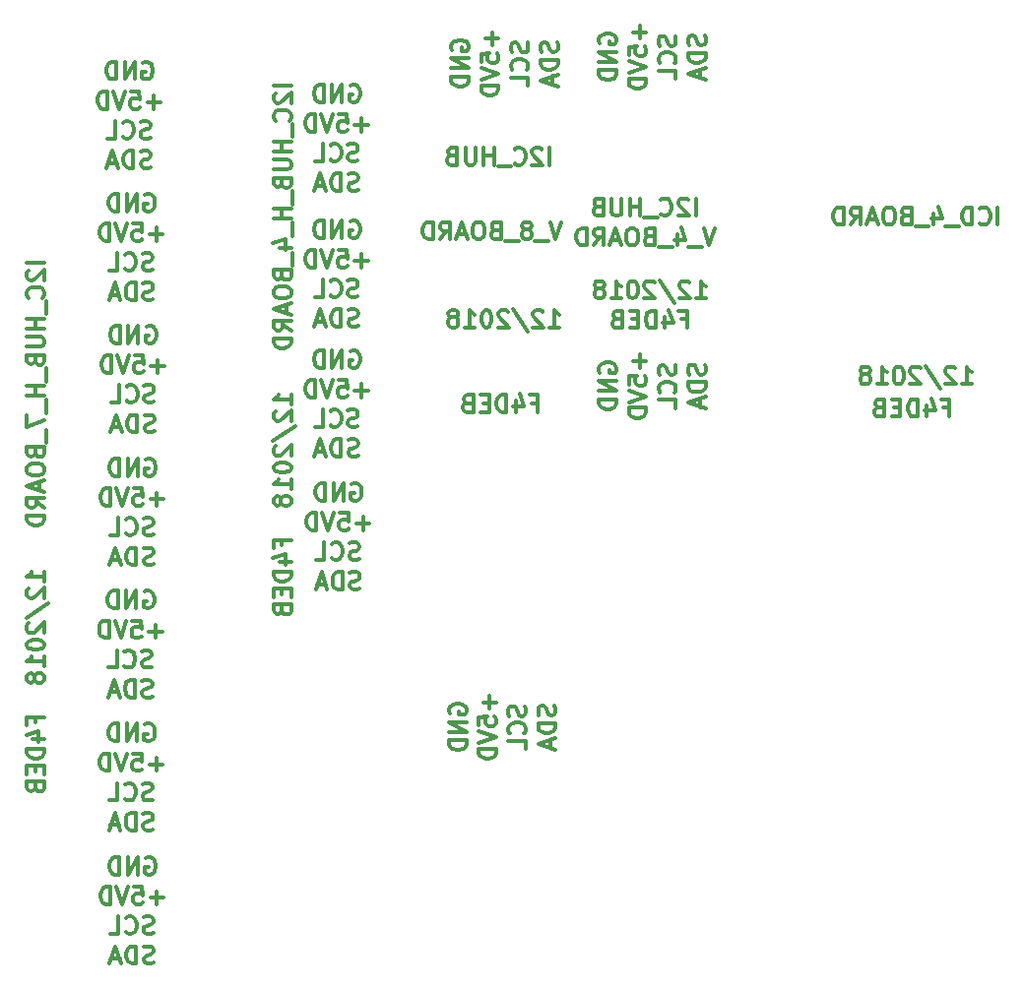
<source format=gbo>
G04 #@! TF.FileFunction,Legend,Bot*
%FSLAX46Y46*%
G04 Gerber Fmt 4.6, Leading zero omitted, Abs format (unit mm)*
G04 Created by KiCad (PCBNEW 4.0.5+dfsg1-4) date Tue Nov 20 18:09:02 2018*
%MOMM*%
%LPD*%
G01*
G04 APERTURE LIST*
%ADD10C,0.100000*%
%ADD11C,0.300000*%
G04 APERTURE END LIST*
D10*
D11*
X145343070Y-78651571D02*
X146200213Y-78651571D01*
X145771641Y-78651571D02*
X145771641Y-77151571D01*
X145914498Y-77365857D01*
X146057356Y-77508714D01*
X146200213Y-77580143D01*
X144771642Y-77294429D02*
X144700213Y-77223000D01*
X144557356Y-77151571D01*
X144200213Y-77151571D01*
X144057356Y-77223000D01*
X143985927Y-77294429D01*
X143914499Y-77437286D01*
X143914499Y-77580143D01*
X143985927Y-77794429D01*
X144843070Y-78651571D01*
X143914499Y-78651571D01*
X142200214Y-77080143D02*
X143485928Y-79008714D01*
X141771642Y-77294429D02*
X141700213Y-77223000D01*
X141557356Y-77151571D01*
X141200213Y-77151571D01*
X141057356Y-77223000D01*
X140985927Y-77294429D01*
X140914499Y-77437286D01*
X140914499Y-77580143D01*
X140985927Y-77794429D01*
X141843070Y-78651571D01*
X140914499Y-78651571D01*
X139985928Y-77151571D02*
X139843071Y-77151571D01*
X139700214Y-77223000D01*
X139628785Y-77294429D01*
X139557356Y-77437286D01*
X139485928Y-77723000D01*
X139485928Y-78080143D01*
X139557356Y-78365857D01*
X139628785Y-78508714D01*
X139700214Y-78580143D01*
X139843071Y-78651571D01*
X139985928Y-78651571D01*
X140128785Y-78580143D01*
X140200214Y-78508714D01*
X140271642Y-78365857D01*
X140343071Y-78080143D01*
X140343071Y-77723000D01*
X140271642Y-77437286D01*
X140200214Y-77294429D01*
X140128785Y-77223000D01*
X139985928Y-77151571D01*
X138057357Y-78651571D02*
X138914500Y-78651571D01*
X138485928Y-78651571D02*
X138485928Y-77151571D01*
X138628785Y-77365857D01*
X138771643Y-77508714D01*
X138914500Y-77580143D01*
X137200214Y-77794429D02*
X137343072Y-77723000D01*
X137414500Y-77651571D01*
X137485929Y-77508714D01*
X137485929Y-77437286D01*
X137414500Y-77294429D01*
X137343072Y-77223000D01*
X137200214Y-77151571D01*
X136914500Y-77151571D01*
X136771643Y-77223000D01*
X136700214Y-77294429D01*
X136628786Y-77437286D01*
X136628786Y-77508714D01*
X136700214Y-77651571D01*
X136771643Y-77723000D01*
X136914500Y-77794429D01*
X137200214Y-77794429D01*
X137343072Y-77865857D01*
X137414500Y-77937286D01*
X137485929Y-78080143D01*
X137485929Y-78365857D01*
X137414500Y-78508714D01*
X137343072Y-78580143D01*
X137200214Y-78651571D01*
X136914500Y-78651571D01*
X136771643Y-78580143D01*
X136700214Y-78508714D01*
X136628786Y-78365857D01*
X136628786Y-78080143D01*
X136700214Y-77937286D01*
X136771643Y-77865857D01*
X136914500Y-77794429D01*
X144093071Y-80415857D02*
X144593071Y-80415857D01*
X144593071Y-81201571D02*
X144593071Y-79701571D01*
X143878785Y-79701571D01*
X142664500Y-80201571D02*
X142664500Y-81201571D01*
X143021643Y-79630143D02*
X143378786Y-80701571D01*
X142450214Y-80701571D01*
X141878786Y-81201571D02*
X141878786Y-79701571D01*
X141521643Y-79701571D01*
X141307358Y-79773000D01*
X141164500Y-79915857D01*
X141093072Y-80058714D01*
X141021643Y-80344429D01*
X141021643Y-80558714D01*
X141093072Y-80844429D01*
X141164500Y-80987286D01*
X141307358Y-81130143D01*
X141521643Y-81201571D01*
X141878786Y-81201571D01*
X140378786Y-80415857D02*
X139878786Y-80415857D01*
X139664500Y-81201571D02*
X140378786Y-81201571D01*
X140378786Y-79701571D01*
X139664500Y-79701571D01*
X138521643Y-80415857D02*
X138307357Y-80487286D01*
X138235929Y-80558714D01*
X138164500Y-80701571D01*
X138164500Y-80915857D01*
X138235929Y-81058714D01*
X138307357Y-81130143D01*
X138450215Y-81201571D01*
X139021643Y-81201571D01*
X139021643Y-79701571D01*
X138521643Y-79701571D01*
X138378786Y-79773000D01*
X138307357Y-79844429D01*
X138235929Y-79987286D01*
X138235929Y-80130143D01*
X138307357Y-80273000D01*
X138378786Y-80344429D01*
X138521643Y-80415857D01*
X139021643Y-80415857D01*
X145327143Y-71539571D02*
X145327143Y-70039571D01*
X144684286Y-70182429D02*
X144612857Y-70111000D01*
X144470000Y-70039571D01*
X144112857Y-70039571D01*
X143970000Y-70111000D01*
X143898571Y-70182429D01*
X143827143Y-70325286D01*
X143827143Y-70468143D01*
X143898571Y-70682429D01*
X144755714Y-71539571D01*
X143827143Y-71539571D01*
X142327143Y-71396714D02*
X142398572Y-71468143D01*
X142612858Y-71539571D01*
X142755715Y-71539571D01*
X142970000Y-71468143D01*
X143112858Y-71325286D01*
X143184286Y-71182429D01*
X143255715Y-70896714D01*
X143255715Y-70682429D01*
X143184286Y-70396714D01*
X143112858Y-70253857D01*
X142970000Y-70111000D01*
X142755715Y-70039571D01*
X142612858Y-70039571D01*
X142398572Y-70111000D01*
X142327143Y-70182429D01*
X142041429Y-71682429D02*
X140898572Y-71682429D01*
X140541429Y-71539571D02*
X140541429Y-70039571D01*
X140541429Y-70753857D02*
X139684286Y-70753857D01*
X139684286Y-71539571D02*
X139684286Y-70039571D01*
X138970000Y-70039571D02*
X138970000Y-71253857D01*
X138898572Y-71396714D01*
X138827143Y-71468143D01*
X138684286Y-71539571D01*
X138398572Y-71539571D01*
X138255714Y-71468143D01*
X138184286Y-71396714D01*
X138112857Y-71253857D01*
X138112857Y-70039571D01*
X136898571Y-70753857D02*
X136684285Y-70825286D01*
X136612857Y-70896714D01*
X136541428Y-71039571D01*
X136541428Y-71253857D01*
X136612857Y-71396714D01*
X136684285Y-71468143D01*
X136827143Y-71539571D01*
X137398571Y-71539571D01*
X137398571Y-70039571D01*
X136898571Y-70039571D01*
X136755714Y-70111000D01*
X136684285Y-70182429D01*
X136612857Y-70325286D01*
X136612857Y-70468143D01*
X136684285Y-70611000D01*
X136755714Y-70682429D01*
X136898571Y-70753857D01*
X137398571Y-70753857D01*
X147005714Y-72589571D02*
X146505714Y-74089571D01*
X146005714Y-72589571D01*
X145862857Y-74232429D02*
X144720000Y-74232429D01*
X143720000Y-73089571D02*
X143720000Y-74089571D01*
X144077143Y-72518143D02*
X144434286Y-73589571D01*
X143505714Y-73589571D01*
X143291429Y-74232429D02*
X142148572Y-74232429D01*
X141291429Y-73303857D02*
X141077143Y-73375286D01*
X141005715Y-73446714D01*
X140934286Y-73589571D01*
X140934286Y-73803857D01*
X141005715Y-73946714D01*
X141077143Y-74018143D01*
X141220001Y-74089571D01*
X141791429Y-74089571D01*
X141791429Y-72589571D01*
X141291429Y-72589571D01*
X141148572Y-72661000D01*
X141077143Y-72732429D01*
X141005715Y-72875286D01*
X141005715Y-73018143D01*
X141077143Y-73161000D01*
X141148572Y-73232429D01*
X141291429Y-73303857D01*
X141791429Y-73303857D01*
X140005715Y-72589571D02*
X139720001Y-72589571D01*
X139577143Y-72661000D01*
X139434286Y-72803857D01*
X139362858Y-73089571D01*
X139362858Y-73589571D01*
X139434286Y-73875286D01*
X139577143Y-74018143D01*
X139720001Y-74089571D01*
X140005715Y-74089571D01*
X140148572Y-74018143D01*
X140291429Y-73875286D01*
X140362858Y-73589571D01*
X140362858Y-73089571D01*
X140291429Y-72803857D01*
X140148572Y-72661000D01*
X140005715Y-72589571D01*
X138791429Y-73661000D02*
X138077143Y-73661000D01*
X138934286Y-74089571D02*
X138434286Y-72589571D01*
X137934286Y-74089571D01*
X136577143Y-74089571D02*
X137077143Y-73375286D01*
X137434286Y-74089571D02*
X137434286Y-72589571D01*
X136862858Y-72589571D01*
X136720000Y-72661000D01*
X136648572Y-72732429D01*
X136577143Y-72875286D01*
X136577143Y-73089571D01*
X136648572Y-73232429D01*
X136720000Y-73303857D01*
X136862858Y-73375286D01*
X137434286Y-73375286D01*
X135934286Y-74089571D02*
X135934286Y-72589571D01*
X135577143Y-72589571D01*
X135362858Y-72661000D01*
X135220000Y-72803857D01*
X135148572Y-72946714D01*
X135077143Y-73232429D01*
X135077143Y-73446714D01*
X135148572Y-73732429D01*
X135220000Y-73875286D01*
X135362858Y-74018143D01*
X135577143Y-74089571D01*
X135934286Y-74089571D01*
X166635571Y-88030857D02*
X167135571Y-88030857D01*
X167135571Y-88816571D02*
X167135571Y-87316571D01*
X166421285Y-87316571D01*
X165207000Y-87816571D02*
X165207000Y-88816571D01*
X165564143Y-87245143D02*
X165921286Y-88316571D01*
X164992714Y-88316571D01*
X164421286Y-88816571D02*
X164421286Y-87316571D01*
X164064143Y-87316571D01*
X163849858Y-87388000D01*
X163707000Y-87530857D01*
X163635572Y-87673714D01*
X163564143Y-87959429D01*
X163564143Y-88173714D01*
X163635572Y-88459429D01*
X163707000Y-88602286D01*
X163849858Y-88745143D01*
X164064143Y-88816571D01*
X164421286Y-88816571D01*
X162921286Y-88030857D02*
X162421286Y-88030857D01*
X162207000Y-88816571D02*
X162921286Y-88816571D01*
X162921286Y-87316571D01*
X162207000Y-87316571D01*
X161064143Y-88030857D02*
X160849857Y-88102286D01*
X160778429Y-88173714D01*
X160707000Y-88316571D01*
X160707000Y-88530857D01*
X160778429Y-88673714D01*
X160849857Y-88745143D01*
X160992715Y-88816571D01*
X161564143Y-88816571D01*
X161564143Y-87316571D01*
X161064143Y-87316571D01*
X160921286Y-87388000D01*
X160849857Y-87459429D01*
X160778429Y-87602286D01*
X160778429Y-87745143D01*
X160849857Y-87888000D01*
X160921286Y-87959429D01*
X161064143Y-88030857D01*
X161564143Y-88030857D01*
X168203070Y-86022571D02*
X169060213Y-86022571D01*
X168631641Y-86022571D02*
X168631641Y-84522571D01*
X168774498Y-84736857D01*
X168917356Y-84879714D01*
X169060213Y-84951143D01*
X167631642Y-84665429D02*
X167560213Y-84594000D01*
X167417356Y-84522571D01*
X167060213Y-84522571D01*
X166917356Y-84594000D01*
X166845927Y-84665429D01*
X166774499Y-84808286D01*
X166774499Y-84951143D01*
X166845927Y-85165429D01*
X167703070Y-86022571D01*
X166774499Y-86022571D01*
X165060214Y-84451143D02*
X166345928Y-86379714D01*
X164631642Y-84665429D02*
X164560213Y-84594000D01*
X164417356Y-84522571D01*
X164060213Y-84522571D01*
X163917356Y-84594000D01*
X163845927Y-84665429D01*
X163774499Y-84808286D01*
X163774499Y-84951143D01*
X163845927Y-85165429D01*
X164703070Y-86022571D01*
X163774499Y-86022571D01*
X162845928Y-84522571D02*
X162703071Y-84522571D01*
X162560214Y-84594000D01*
X162488785Y-84665429D01*
X162417356Y-84808286D01*
X162345928Y-85094000D01*
X162345928Y-85451143D01*
X162417356Y-85736857D01*
X162488785Y-85879714D01*
X162560214Y-85951143D01*
X162703071Y-86022571D01*
X162845928Y-86022571D01*
X162988785Y-85951143D01*
X163060214Y-85879714D01*
X163131642Y-85736857D01*
X163203071Y-85451143D01*
X163203071Y-85094000D01*
X163131642Y-84808286D01*
X163060214Y-84665429D01*
X162988785Y-84594000D01*
X162845928Y-84522571D01*
X160917357Y-86022571D02*
X161774500Y-86022571D01*
X161345928Y-86022571D02*
X161345928Y-84522571D01*
X161488785Y-84736857D01*
X161631643Y-84879714D01*
X161774500Y-84951143D01*
X160060214Y-85165429D02*
X160203072Y-85094000D01*
X160274500Y-85022571D01*
X160345929Y-84879714D01*
X160345929Y-84808286D01*
X160274500Y-84665429D01*
X160203072Y-84594000D01*
X160060214Y-84522571D01*
X159774500Y-84522571D01*
X159631643Y-84594000D01*
X159560214Y-84665429D01*
X159488786Y-84808286D01*
X159488786Y-84879714D01*
X159560214Y-85022571D01*
X159631643Y-85094000D01*
X159774500Y-85165429D01*
X160060214Y-85165429D01*
X160203072Y-85236857D01*
X160274500Y-85308286D01*
X160345929Y-85451143D01*
X160345929Y-85736857D01*
X160274500Y-85879714D01*
X160203072Y-85951143D01*
X160060214Y-86022571D01*
X159774500Y-86022571D01*
X159631643Y-85951143D01*
X159560214Y-85879714D01*
X159488786Y-85736857D01*
X159488786Y-85451143D01*
X159560214Y-85308286D01*
X159631643Y-85236857D01*
X159774500Y-85165429D01*
X171310214Y-72306571D02*
X171310214Y-70806571D01*
X169738785Y-72163714D02*
X169810214Y-72235143D01*
X170024500Y-72306571D01*
X170167357Y-72306571D01*
X170381642Y-72235143D01*
X170524500Y-72092286D01*
X170595928Y-71949429D01*
X170667357Y-71663714D01*
X170667357Y-71449429D01*
X170595928Y-71163714D01*
X170524500Y-71020857D01*
X170381642Y-70878000D01*
X170167357Y-70806571D01*
X170024500Y-70806571D01*
X169810214Y-70878000D01*
X169738785Y-70949429D01*
X169095928Y-72306571D02*
X169095928Y-70806571D01*
X168738785Y-70806571D01*
X168524500Y-70878000D01*
X168381642Y-71020857D01*
X168310214Y-71163714D01*
X168238785Y-71449429D01*
X168238785Y-71663714D01*
X168310214Y-71949429D01*
X168381642Y-72092286D01*
X168524500Y-72235143D01*
X168738785Y-72306571D01*
X169095928Y-72306571D01*
X167953071Y-72449429D02*
X166810214Y-72449429D01*
X165810214Y-71306571D02*
X165810214Y-72306571D01*
X166167357Y-70735143D02*
X166524500Y-71806571D01*
X165595928Y-71806571D01*
X165381643Y-72449429D02*
X164238786Y-72449429D01*
X163381643Y-71520857D02*
X163167357Y-71592286D01*
X163095929Y-71663714D01*
X163024500Y-71806571D01*
X163024500Y-72020857D01*
X163095929Y-72163714D01*
X163167357Y-72235143D01*
X163310215Y-72306571D01*
X163881643Y-72306571D01*
X163881643Y-70806571D01*
X163381643Y-70806571D01*
X163238786Y-70878000D01*
X163167357Y-70949429D01*
X163095929Y-71092286D01*
X163095929Y-71235143D01*
X163167357Y-71378000D01*
X163238786Y-71449429D01*
X163381643Y-71520857D01*
X163881643Y-71520857D01*
X162095929Y-70806571D02*
X161810215Y-70806571D01*
X161667357Y-70878000D01*
X161524500Y-71020857D01*
X161453072Y-71306571D01*
X161453072Y-71806571D01*
X161524500Y-72092286D01*
X161667357Y-72235143D01*
X161810215Y-72306571D01*
X162095929Y-72306571D01*
X162238786Y-72235143D01*
X162381643Y-72092286D01*
X162453072Y-71806571D01*
X162453072Y-71306571D01*
X162381643Y-71020857D01*
X162238786Y-70878000D01*
X162095929Y-70806571D01*
X160881643Y-71878000D02*
X160167357Y-71878000D01*
X161024500Y-72306571D02*
X160524500Y-70806571D01*
X160024500Y-72306571D01*
X158667357Y-72306571D02*
X159167357Y-71592286D01*
X159524500Y-72306571D02*
X159524500Y-70806571D01*
X158953072Y-70806571D01*
X158810214Y-70878000D01*
X158738786Y-70949429D01*
X158667357Y-71092286D01*
X158667357Y-71306571D01*
X158738786Y-71449429D01*
X158810214Y-71520857D01*
X158953072Y-71592286D01*
X159524500Y-71592286D01*
X158024500Y-72306571D02*
X158024500Y-70806571D01*
X157667357Y-70806571D01*
X157453072Y-70878000D01*
X157310214Y-71020857D01*
X157238786Y-71163714D01*
X157167357Y-71449429D01*
X157167357Y-71663714D01*
X157238786Y-71949429D01*
X157310214Y-72092286D01*
X157453072Y-72235143D01*
X157667357Y-72306571D01*
X158024500Y-72306571D01*
X137093500Y-85026643D02*
X137022071Y-84883786D01*
X137022071Y-84669500D01*
X137093500Y-84455215D01*
X137236357Y-84312357D01*
X137379214Y-84240929D01*
X137664929Y-84169500D01*
X137879214Y-84169500D01*
X138164929Y-84240929D01*
X138307786Y-84312357D01*
X138450643Y-84455215D01*
X138522071Y-84669500D01*
X138522071Y-84812357D01*
X138450643Y-85026643D01*
X138379214Y-85098072D01*
X137879214Y-85098072D01*
X137879214Y-84812357D01*
X138522071Y-85740929D02*
X137022071Y-85740929D01*
X138522071Y-86598072D01*
X137022071Y-86598072D01*
X138522071Y-87312358D02*
X137022071Y-87312358D01*
X137022071Y-87669501D01*
X137093500Y-87883786D01*
X137236357Y-88026644D01*
X137379214Y-88098072D01*
X137664929Y-88169501D01*
X137879214Y-88169501D01*
X138164929Y-88098072D01*
X138307786Y-88026644D01*
X138450643Y-87883786D01*
X138522071Y-87669501D01*
X138522071Y-87312358D01*
X140500643Y-83490929D02*
X140500643Y-84633786D01*
X141072071Y-84062357D02*
X139929214Y-84062357D01*
X139572071Y-86062358D02*
X139572071Y-85348072D01*
X140286357Y-85276643D01*
X140214929Y-85348072D01*
X140143500Y-85490929D01*
X140143500Y-85848072D01*
X140214929Y-85990929D01*
X140286357Y-86062358D01*
X140429214Y-86133786D01*
X140786357Y-86133786D01*
X140929214Y-86062358D01*
X141000643Y-85990929D01*
X141072071Y-85848072D01*
X141072071Y-85490929D01*
X141000643Y-85348072D01*
X140929214Y-85276643D01*
X139572071Y-86562357D02*
X141072071Y-87062357D01*
X139572071Y-87562357D01*
X141072071Y-88062357D02*
X139572071Y-88062357D01*
X139572071Y-88419500D01*
X139643500Y-88633785D01*
X139786357Y-88776643D01*
X139929214Y-88848071D01*
X140214929Y-88919500D01*
X140429214Y-88919500D01*
X140714929Y-88848071D01*
X140857786Y-88776643D01*
X141000643Y-88633785D01*
X141072071Y-88419500D01*
X141072071Y-88062357D01*
X143550643Y-84383786D02*
X143622071Y-84598072D01*
X143622071Y-84955215D01*
X143550643Y-85098072D01*
X143479214Y-85169501D01*
X143336357Y-85240929D01*
X143193500Y-85240929D01*
X143050643Y-85169501D01*
X142979214Y-85098072D01*
X142907786Y-84955215D01*
X142836357Y-84669501D01*
X142764929Y-84526643D01*
X142693500Y-84455215D01*
X142550643Y-84383786D01*
X142407786Y-84383786D01*
X142264929Y-84455215D01*
X142193500Y-84526643D01*
X142122071Y-84669501D01*
X142122071Y-85026643D01*
X142193500Y-85240929D01*
X143479214Y-86740929D02*
X143550643Y-86669500D01*
X143622071Y-86455214D01*
X143622071Y-86312357D01*
X143550643Y-86098072D01*
X143407786Y-85955214D01*
X143264929Y-85883786D01*
X142979214Y-85812357D01*
X142764929Y-85812357D01*
X142479214Y-85883786D01*
X142336357Y-85955214D01*
X142193500Y-86098072D01*
X142122071Y-86312357D01*
X142122071Y-86455214D01*
X142193500Y-86669500D01*
X142264929Y-86740929D01*
X143622071Y-88098072D02*
X143622071Y-87383786D01*
X142122071Y-87383786D01*
X146100643Y-84348072D02*
X146172071Y-84562358D01*
X146172071Y-84919501D01*
X146100643Y-85062358D01*
X146029214Y-85133787D01*
X145886357Y-85205215D01*
X145743500Y-85205215D01*
X145600643Y-85133787D01*
X145529214Y-85062358D01*
X145457786Y-84919501D01*
X145386357Y-84633787D01*
X145314929Y-84490929D01*
X145243500Y-84419501D01*
X145100643Y-84348072D01*
X144957786Y-84348072D01*
X144814929Y-84419501D01*
X144743500Y-84490929D01*
X144672071Y-84633787D01*
X144672071Y-84990929D01*
X144743500Y-85205215D01*
X146172071Y-85848072D02*
X144672071Y-85848072D01*
X144672071Y-86205215D01*
X144743500Y-86419500D01*
X144886357Y-86562358D01*
X145029214Y-86633786D01*
X145314929Y-86705215D01*
X145529214Y-86705215D01*
X145814929Y-86633786D01*
X145957786Y-86562358D01*
X146100643Y-86419500D01*
X146172071Y-86205215D01*
X146172071Y-85848072D01*
X145743500Y-87276643D02*
X145743500Y-87990929D01*
X146172071Y-87133786D02*
X144672071Y-87633786D01*
X146172071Y-88133786D01*
X137093500Y-56705643D02*
X137022071Y-56562786D01*
X137022071Y-56348500D01*
X137093500Y-56134215D01*
X137236357Y-55991357D01*
X137379214Y-55919929D01*
X137664929Y-55848500D01*
X137879214Y-55848500D01*
X138164929Y-55919929D01*
X138307786Y-55991357D01*
X138450643Y-56134215D01*
X138522071Y-56348500D01*
X138522071Y-56491357D01*
X138450643Y-56705643D01*
X138379214Y-56777072D01*
X137879214Y-56777072D01*
X137879214Y-56491357D01*
X138522071Y-57419929D02*
X137022071Y-57419929D01*
X138522071Y-58277072D01*
X137022071Y-58277072D01*
X138522071Y-58991358D02*
X137022071Y-58991358D01*
X137022071Y-59348501D01*
X137093500Y-59562786D01*
X137236357Y-59705644D01*
X137379214Y-59777072D01*
X137664929Y-59848501D01*
X137879214Y-59848501D01*
X138164929Y-59777072D01*
X138307786Y-59705644D01*
X138450643Y-59562786D01*
X138522071Y-59348501D01*
X138522071Y-58991358D01*
X140500643Y-55169929D02*
X140500643Y-56312786D01*
X141072071Y-55741357D02*
X139929214Y-55741357D01*
X139572071Y-57741358D02*
X139572071Y-57027072D01*
X140286357Y-56955643D01*
X140214929Y-57027072D01*
X140143500Y-57169929D01*
X140143500Y-57527072D01*
X140214929Y-57669929D01*
X140286357Y-57741358D01*
X140429214Y-57812786D01*
X140786357Y-57812786D01*
X140929214Y-57741358D01*
X141000643Y-57669929D01*
X141072071Y-57527072D01*
X141072071Y-57169929D01*
X141000643Y-57027072D01*
X140929214Y-56955643D01*
X139572071Y-58241357D02*
X141072071Y-58741357D01*
X139572071Y-59241357D01*
X141072071Y-59741357D02*
X139572071Y-59741357D01*
X139572071Y-60098500D01*
X139643500Y-60312785D01*
X139786357Y-60455643D01*
X139929214Y-60527071D01*
X140214929Y-60598500D01*
X140429214Y-60598500D01*
X140714929Y-60527071D01*
X140857786Y-60455643D01*
X141000643Y-60312785D01*
X141072071Y-60098500D01*
X141072071Y-59741357D01*
X143550643Y-56062786D02*
X143622071Y-56277072D01*
X143622071Y-56634215D01*
X143550643Y-56777072D01*
X143479214Y-56848501D01*
X143336357Y-56919929D01*
X143193500Y-56919929D01*
X143050643Y-56848501D01*
X142979214Y-56777072D01*
X142907786Y-56634215D01*
X142836357Y-56348501D01*
X142764929Y-56205643D01*
X142693500Y-56134215D01*
X142550643Y-56062786D01*
X142407786Y-56062786D01*
X142264929Y-56134215D01*
X142193500Y-56205643D01*
X142122071Y-56348501D01*
X142122071Y-56705643D01*
X142193500Y-56919929D01*
X143479214Y-58419929D02*
X143550643Y-58348500D01*
X143622071Y-58134214D01*
X143622071Y-57991357D01*
X143550643Y-57777072D01*
X143407786Y-57634214D01*
X143264929Y-57562786D01*
X142979214Y-57491357D01*
X142764929Y-57491357D01*
X142479214Y-57562786D01*
X142336357Y-57634214D01*
X142193500Y-57777072D01*
X142122071Y-57991357D01*
X142122071Y-58134214D01*
X142193500Y-58348500D01*
X142264929Y-58419929D01*
X143622071Y-59777072D02*
X143622071Y-59062786D01*
X142122071Y-59062786D01*
X146100643Y-56027072D02*
X146172071Y-56241358D01*
X146172071Y-56598501D01*
X146100643Y-56741358D01*
X146029214Y-56812787D01*
X145886357Y-56884215D01*
X145743500Y-56884215D01*
X145600643Y-56812787D01*
X145529214Y-56741358D01*
X145457786Y-56598501D01*
X145386357Y-56312787D01*
X145314929Y-56169929D01*
X145243500Y-56098501D01*
X145100643Y-56027072D01*
X144957786Y-56027072D01*
X144814929Y-56098501D01*
X144743500Y-56169929D01*
X144672071Y-56312787D01*
X144672071Y-56669929D01*
X144743500Y-56884215D01*
X146172071Y-57527072D02*
X144672071Y-57527072D01*
X144672071Y-57884215D01*
X144743500Y-58098500D01*
X144886357Y-58241358D01*
X145029214Y-58312786D01*
X145314929Y-58384215D01*
X145529214Y-58384215D01*
X145814929Y-58312786D01*
X145957786Y-58241358D01*
X146100643Y-58098500D01*
X146172071Y-57884215D01*
X146172071Y-57527072D01*
X145743500Y-58955643D02*
X145743500Y-59669929D01*
X146172071Y-58812786D02*
X144672071Y-59312786D01*
X146172071Y-59812786D01*
X124393500Y-57277143D02*
X124322071Y-57134286D01*
X124322071Y-56920000D01*
X124393500Y-56705715D01*
X124536357Y-56562857D01*
X124679214Y-56491429D01*
X124964929Y-56420000D01*
X125179214Y-56420000D01*
X125464929Y-56491429D01*
X125607786Y-56562857D01*
X125750643Y-56705715D01*
X125822071Y-56920000D01*
X125822071Y-57062857D01*
X125750643Y-57277143D01*
X125679214Y-57348572D01*
X125179214Y-57348572D01*
X125179214Y-57062857D01*
X125822071Y-57991429D02*
X124322071Y-57991429D01*
X125822071Y-58848572D01*
X124322071Y-58848572D01*
X125822071Y-59562858D02*
X124322071Y-59562858D01*
X124322071Y-59920001D01*
X124393500Y-60134286D01*
X124536357Y-60277144D01*
X124679214Y-60348572D01*
X124964929Y-60420001D01*
X125179214Y-60420001D01*
X125464929Y-60348572D01*
X125607786Y-60277144D01*
X125750643Y-60134286D01*
X125822071Y-59920001D01*
X125822071Y-59562858D01*
X127800643Y-55741429D02*
X127800643Y-56884286D01*
X128372071Y-56312857D02*
X127229214Y-56312857D01*
X126872071Y-58312858D02*
X126872071Y-57598572D01*
X127586357Y-57527143D01*
X127514929Y-57598572D01*
X127443500Y-57741429D01*
X127443500Y-58098572D01*
X127514929Y-58241429D01*
X127586357Y-58312858D01*
X127729214Y-58384286D01*
X128086357Y-58384286D01*
X128229214Y-58312858D01*
X128300643Y-58241429D01*
X128372071Y-58098572D01*
X128372071Y-57741429D01*
X128300643Y-57598572D01*
X128229214Y-57527143D01*
X126872071Y-58812857D02*
X128372071Y-59312857D01*
X126872071Y-59812857D01*
X128372071Y-60312857D02*
X126872071Y-60312857D01*
X126872071Y-60670000D01*
X126943500Y-60884285D01*
X127086357Y-61027143D01*
X127229214Y-61098571D01*
X127514929Y-61170000D01*
X127729214Y-61170000D01*
X128014929Y-61098571D01*
X128157786Y-61027143D01*
X128300643Y-60884285D01*
X128372071Y-60670000D01*
X128372071Y-60312857D01*
X130850643Y-56634286D02*
X130922071Y-56848572D01*
X130922071Y-57205715D01*
X130850643Y-57348572D01*
X130779214Y-57420001D01*
X130636357Y-57491429D01*
X130493500Y-57491429D01*
X130350643Y-57420001D01*
X130279214Y-57348572D01*
X130207786Y-57205715D01*
X130136357Y-56920001D01*
X130064929Y-56777143D01*
X129993500Y-56705715D01*
X129850643Y-56634286D01*
X129707786Y-56634286D01*
X129564929Y-56705715D01*
X129493500Y-56777143D01*
X129422071Y-56920001D01*
X129422071Y-57277143D01*
X129493500Y-57491429D01*
X130779214Y-58991429D02*
X130850643Y-58920000D01*
X130922071Y-58705714D01*
X130922071Y-58562857D01*
X130850643Y-58348572D01*
X130707786Y-58205714D01*
X130564929Y-58134286D01*
X130279214Y-58062857D01*
X130064929Y-58062857D01*
X129779214Y-58134286D01*
X129636357Y-58205714D01*
X129493500Y-58348572D01*
X129422071Y-58562857D01*
X129422071Y-58705714D01*
X129493500Y-58920000D01*
X129564929Y-58991429D01*
X130922071Y-60348572D02*
X130922071Y-59634286D01*
X129422071Y-59634286D01*
X133400643Y-56598572D02*
X133472071Y-56812858D01*
X133472071Y-57170001D01*
X133400643Y-57312858D01*
X133329214Y-57384287D01*
X133186357Y-57455715D01*
X133043500Y-57455715D01*
X132900643Y-57384287D01*
X132829214Y-57312858D01*
X132757786Y-57170001D01*
X132686357Y-56884287D01*
X132614929Y-56741429D01*
X132543500Y-56670001D01*
X132400643Y-56598572D01*
X132257786Y-56598572D01*
X132114929Y-56670001D01*
X132043500Y-56741429D01*
X131972071Y-56884287D01*
X131972071Y-57241429D01*
X132043500Y-57455715D01*
X133472071Y-58098572D02*
X131972071Y-58098572D01*
X131972071Y-58455715D01*
X132043500Y-58670000D01*
X132186357Y-58812858D01*
X132329214Y-58884286D01*
X132614929Y-58955715D01*
X132829214Y-58955715D01*
X133114929Y-58884286D01*
X133257786Y-58812858D01*
X133400643Y-58670000D01*
X133472071Y-58455715D01*
X133472071Y-58098572D01*
X133043500Y-59527143D02*
X133043500Y-60241429D01*
X133472071Y-59384286D02*
X131972071Y-59884286D01*
X133472071Y-60384286D01*
X124203000Y-114363643D02*
X124131571Y-114220786D01*
X124131571Y-114006500D01*
X124203000Y-113792215D01*
X124345857Y-113649357D01*
X124488714Y-113577929D01*
X124774429Y-113506500D01*
X124988714Y-113506500D01*
X125274429Y-113577929D01*
X125417286Y-113649357D01*
X125560143Y-113792215D01*
X125631571Y-114006500D01*
X125631571Y-114149357D01*
X125560143Y-114363643D01*
X125488714Y-114435072D01*
X124988714Y-114435072D01*
X124988714Y-114149357D01*
X125631571Y-115077929D02*
X124131571Y-115077929D01*
X125631571Y-115935072D01*
X124131571Y-115935072D01*
X125631571Y-116649358D02*
X124131571Y-116649358D01*
X124131571Y-117006501D01*
X124203000Y-117220786D01*
X124345857Y-117363644D01*
X124488714Y-117435072D01*
X124774429Y-117506501D01*
X124988714Y-117506501D01*
X125274429Y-117435072D01*
X125417286Y-117363644D01*
X125560143Y-117220786D01*
X125631571Y-117006501D01*
X125631571Y-116649358D01*
X127610143Y-112827929D02*
X127610143Y-113970786D01*
X128181571Y-113399357D02*
X127038714Y-113399357D01*
X126681571Y-115399358D02*
X126681571Y-114685072D01*
X127395857Y-114613643D01*
X127324429Y-114685072D01*
X127253000Y-114827929D01*
X127253000Y-115185072D01*
X127324429Y-115327929D01*
X127395857Y-115399358D01*
X127538714Y-115470786D01*
X127895857Y-115470786D01*
X128038714Y-115399358D01*
X128110143Y-115327929D01*
X128181571Y-115185072D01*
X128181571Y-114827929D01*
X128110143Y-114685072D01*
X128038714Y-114613643D01*
X126681571Y-115899357D02*
X128181571Y-116399357D01*
X126681571Y-116899357D01*
X128181571Y-117399357D02*
X126681571Y-117399357D01*
X126681571Y-117756500D01*
X126753000Y-117970785D01*
X126895857Y-118113643D01*
X127038714Y-118185071D01*
X127324429Y-118256500D01*
X127538714Y-118256500D01*
X127824429Y-118185071D01*
X127967286Y-118113643D01*
X128110143Y-117970785D01*
X128181571Y-117756500D01*
X128181571Y-117399357D01*
X130660143Y-113720786D02*
X130731571Y-113935072D01*
X130731571Y-114292215D01*
X130660143Y-114435072D01*
X130588714Y-114506501D01*
X130445857Y-114577929D01*
X130303000Y-114577929D01*
X130160143Y-114506501D01*
X130088714Y-114435072D01*
X130017286Y-114292215D01*
X129945857Y-114006501D01*
X129874429Y-113863643D01*
X129803000Y-113792215D01*
X129660143Y-113720786D01*
X129517286Y-113720786D01*
X129374429Y-113792215D01*
X129303000Y-113863643D01*
X129231571Y-114006501D01*
X129231571Y-114363643D01*
X129303000Y-114577929D01*
X130588714Y-116077929D02*
X130660143Y-116006500D01*
X130731571Y-115792214D01*
X130731571Y-115649357D01*
X130660143Y-115435072D01*
X130517286Y-115292214D01*
X130374429Y-115220786D01*
X130088714Y-115149357D01*
X129874429Y-115149357D01*
X129588714Y-115220786D01*
X129445857Y-115292214D01*
X129303000Y-115435072D01*
X129231571Y-115649357D01*
X129231571Y-115792214D01*
X129303000Y-116006500D01*
X129374429Y-116077929D01*
X130731571Y-117435072D02*
X130731571Y-116720786D01*
X129231571Y-116720786D01*
X133210143Y-113685072D02*
X133281571Y-113899358D01*
X133281571Y-114256501D01*
X133210143Y-114399358D01*
X133138714Y-114470787D01*
X132995857Y-114542215D01*
X132853000Y-114542215D01*
X132710143Y-114470787D01*
X132638714Y-114399358D01*
X132567286Y-114256501D01*
X132495857Y-113970787D01*
X132424429Y-113827929D01*
X132353000Y-113756501D01*
X132210143Y-113685072D01*
X132067286Y-113685072D01*
X131924429Y-113756501D01*
X131853000Y-113827929D01*
X131781571Y-113970787D01*
X131781571Y-114327929D01*
X131853000Y-114542215D01*
X133281571Y-115185072D02*
X131781571Y-115185072D01*
X131781571Y-115542215D01*
X131853000Y-115756500D01*
X131995857Y-115899358D01*
X132138714Y-115970786D01*
X132424429Y-116042215D01*
X132638714Y-116042215D01*
X132924429Y-115970786D01*
X133067286Y-115899358D01*
X133210143Y-115756500D01*
X133281571Y-115542215D01*
X133281571Y-115185072D01*
X132853000Y-116613643D02*
X132853000Y-117327929D01*
X133281571Y-116470786D02*
X131781571Y-116970786D01*
X133281571Y-117470786D01*
X115760357Y-94612000D02*
X115903214Y-94540571D01*
X116117500Y-94540571D01*
X116331785Y-94612000D01*
X116474643Y-94754857D01*
X116546071Y-94897714D01*
X116617500Y-95183429D01*
X116617500Y-95397714D01*
X116546071Y-95683429D01*
X116474643Y-95826286D01*
X116331785Y-95969143D01*
X116117500Y-96040571D01*
X115974643Y-96040571D01*
X115760357Y-95969143D01*
X115688928Y-95897714D01*
X115688928Y-95397714D01*
X115974643Y-95397714D01*
X115046071Y-96040571D02*
X115046071Y-94540571D01*
X114188928Y-96040571D01*
X114188928Y-94540571D01*
X113474642Y-96040571D02*
X113474642Y-94540571D01*
X113117499Y-94540571D01*
X112903214Y-94612000D01*
X112760356Y-94754857D01*
X112688928Y-94897714D01*
X112617499Y-95183429D01*
X112617499Y-95397714D01*
X112688928Y-95683429D01*
X112760356Y-95826286D01*
X112903214Y-95969143D01*
X113117499Y-96040571D01*
X113474642Y-96040571D01*
X117296071Y-98019143D02*
X116153214Y-98019143D01*
X116724643Y-98590571D02*
X116724643Y-97447714D01*
X114724642Y-97090571D02*
X115438928Y-97090571D01*
X115510357Y-97804857D01*
X115438928Y-97733429D01*
X115296071Y-97662000D01*
X114938928Y-97662000D01*
X114796071Y-97733429D01*
X114724642Y-97804857D01*
X114653214Y-97947714D01*
X114653214Y-98304857D01*
X114724642Y-98447714D01*
X114796071Y-98519143D01*
X114938928Y-98590571D01*
X115296071Y-98590571D01*
X115438928Y-98519143D01*
X115510357Y-98447714D01*
X114224643Y-97090571D02*
X113724643Y-98590571D01*
X113224643Y-97090571D01*
X112724643Y-98590571D02*
X112724643Y-97090571D01*
X112367500Y-97090571D01*
X112153215Y-97162000D01*
X112010357Y-97304857D01*
X111938929Y-97447714D01*
X111867500Y-97733429D01*
X111867500Y-97947714D01*
X111938929Y-98233429D01*
X112010357Y-98376286D01*
X112153215Y-98519143D01*
X112367500Y-98590571D01*
X112724643Y-98590571D01*
X116403214Y-101069143D02*
X116188928Y-101140571D01*
X115831785Y-101140571D01*
X115688928Y-101069143D01*
X115617499Y-100997714D01*
X115546071Y-100854857D01*
X115546071Y-100712000D01*
X115617499Y-100569143D01*
X115688928Y-100497714D01*
X115831785Y-100426286D01*
X116117499Y-100354857D01*
X116260357Y-100283429D01*
X116331785Y-100212000D01*
X116403214Y-100069143D01*
X116403214Y-99926286D01*
X116331785Y-99783429D01*
X116260357Y-99712000D01*
X116117499Y-99640571D01*
X115760357Y-99640571D01*
X115546071Y-99712000D01*
X114046071Y-100997714D02*
X114117500Y-101069143D01*
X114331786Y-101140571D01*
X114474643Y-101140571D01*
X114688928Y-101069143D01*
X114831786Y-100926286D01*
X114903214Y-100783429D01*
X114974643Y-100497714D01*
X114974643Y-100283429D01*
X114903214Y-99997714D01*
X114831786Y-99854857D01*
X114688928Y-99712000D01*
X114474643Y-99640571D01*
X114331786Y-99640571D01*
X114117500Y-99712000D01*
X114046071Y-99783429D01*
X112688928Y-101140571D02*
X113403214Y-101140571D01*
X113403214Y-99640571D01*
X116438928Y-103619143D02*
X116224642Y-103690571D01*
X115867499Y-103690571D01*
X115724642Y-103619143D01*
X115653213Y-103547714D01*
X115581785Y-103404857D01*
X115581785Y-103262000D01*
X115653213Y-103119143D01*
X115724642Y-103047714D01*
X115867499Y-102976286D01*
X116153213Y-102904857D01*
X116296071Y-102833429D01*
X116367499Y-102762000D01*
X116438928Y-102619143D01*
X116438928Y-102476286D01*
X116367499Y-102333429D01*
X116296071Y-102262000D01*
X116153213Y-102190571D01*
X115796071Y-102190571D01*
X115581785Y-102262000D01*
X114938928Y-103690571D02*
X114938928Y-102190571D01*
X114581785Y-102190571D01*
X114367500Y-102262000D01*
X114224642Y-102404857D01*
X114153214Y-102547714D01*
X114081785Y-102833429D01*
X114081785Y-103047714D01*
X114153214Y-103333429D01*
X114224642Y-103476286D01*
X114367500Y-103619143D01*
X114581785Y-103690571D01*
X114938928Y-103690571D01*
X113510357Y-103262000D02*
X112796071Y-103262000D01*
X113653214Y-103690571D02*
X113153214Y-102190571D01*
X112653214Y-103690571D01*
X115633357Y-83182000D02*
X115776214Y-83110571D01*
X115990500Y-83110571D01*
X116204785Y-83182000D01*
X116347643Y-83324857D01*
X116419071Y-83467714D01*
X116490500Y-83753429D01*
X116490500Y-83967714D01*
X116419071Y-84253429D01*
X116347643Y-84396286D01*
X116204785Y-84539143D01*
X115990500Y-84610571D01*
X115847643Y-84610571D01*
X115633357Y-84539143D01*
X115561928Y-84467714D01*
X115561928Y-83967714D01*
X115847643Y-83967714D01*
X114919071Y-84610571D02*
X114919071Y-83110571D01*
X114061928Y-84610571D01*
X114061928Y-83110571D01*
X113347642Y-84610571D02*
X113347642Y-83110571D01*
X112990499Y-83110571D01*
X112776214Y-83182000D01*
X112633356Y-83324857D01*
X112561928Y-83467714D01*
X112490499Y-83753429D01*
X112490499Y-83967714D01*
X112561928Y-84253429D01*
X112633356Y-84396286D01*
X112776214Y-84539143D01*
X112990499Y-84610571D01*
X113347642Y-84610571D01*
X117169071Y-86589143D02*
X116026214Y-86589143D01*
X116597643Y-87160571D02*
X116597643Y-86017714D01*
X114597642Y-85660571D02*
X115311928Y-85660571D01*
X115383357Y-86374857D01*
X115311928Y-86303429D01*
X115169071Y-86232000D01*
X114811928Y-86232000D01*
X114669071Y-86303429D01*
X114597642Y-86374857D01*
X114526214Y-86517714D01*
X114526214Y-86874857D01*
X114597642Y-87017714D01*
X114669071Y-87089143D01*
X114811928Y-87160571D01*
X115169071Y-87160571D01*
X115311928Y-87089143D01*
X115383357Y-87017714D01*
X114097643Y-85660571D02*
X113597643Y-87160571D01*
X113097643Y-85660571D01*
X112597643Y-87160571D02*
X112597643Y-85660571D01*
X112240500Y-85660571D01*
X112026215Y-85732000D01*
X111883357Y-85874857D01*
X111811929Y-86017714D01*
X111740500Y-86303429D01*
X111740500Y-86517714D01*
X111811929Y-86803429D01*
X111883357Y-86946286D01*
X112026215Y-87089143D01*
X112240500Y-87160571D01*
X112597643Y-87160571D01*
X116276214Y-89639143D02*
X116061928Y-89710571D01*
X115704785Y-89710571D01*
X115561928Y-89639143D01*
X115490499Y-89567714D01*
X115419071Y-89424857D01*
X115419071Y-89282000D01*
X115490499Y-89139143D01*
X115561928Y-89067714D01*
X115704785Y-88996286D01*
X115990499Y-88924857D01*
X116133357Y-88853429D01*
X116204785Y-88782000D01*
X116276214Y-88639143D01*
X116276214Y-88496286D01*
X116204785Y-88353429D01*
X116133357Y-88282000D01*
X115990499Y-88210571D01*
X115633357Y-88210571D01*
X115419071Y-88282000D01*
X113919071Y-89567714D02*
X113990500Y-89639143D01*
X114204786Y-89710571D01*
X114347643Y-89710571D01*
X114561928Y-89639143D01*
X114704786Y-89496286D01*
X114776214Y-89353429D01*
X114847643Y-89067714D01*
X114847643Y-88853429D01*
X114776214Y-88567714D01*
X114704786Y-88424857D01*
X114561928Y-88282000D01*
X114347643Y-88210571D01*
X114204786Y-88210571D01*
X113990500Y-88282000D01*
X113919071Y-88353429D01*
X112561928Y-89710571D02*
X113276214Y-89710571D01*
X113276214Y-88210571D01*
X116311928Y-92189143D02*
X116097642Y-92260571D01*
X115740499Y-92260571D01*
X115597642Y-92189143D01*
X115526213Y-92117714D01*
X115454785Y-91974857D01*
X115454785Y-91832000D01*
X115526213Y-91689143D01*
X115597642Y-91617714D01*
X115740499Y-91546286D01*
X116026213Y-91474857D01*
X116169071Y-91403429D01*
X116240499Y-91332000D01*
X116311928Y-91189143D01*
X116311928Y-91046286D01*
X116240499Y-90903429D01*
X116169071Y-90832000D01*
X116026213Y-90760571D01*
X115669071Y-90760571D01*
X115454785Y-90832000D01*
X114811928Y-92260571D02*
X114811928Y-90760571D01*
X114454785Y-90760571D01*
X114240500Y-90832000D01*
X114097642Y-90974857D01*
X114026214Y-91117714D01*
X113954785Y-91403429D01*
X113954785Y-91617714D01*
X114026214Y-91903429D01*
X114097642Y-92046286D01*
X114240500Y-92189143D01*
X114454785Y-92260571D01*
X114811928Y-92260571D01*
X113383357Y-91832000D02*
X112669071Y-91832000D01*
X113526214Y-92260571D02*
X113026214Y-90760571D01*
X112526214Y-92260571D01*
X115633357Y-72006000D02*
X115776214Y-71934571D01*
X115990500Y-71934571D01*
X116204785Y-72006000D01*
X116347643Y-72148857D01*
X116419071Y-72291714D01*
X116490500Y-72577429D01*
X116490500Y-72791714D01*
X116419071Y-73077429D01*
X116347643Y-73220286D01*
X116204785Y-73363143D01*
X115990500Y-73434571D01*
X115847643Y-73434571D01*
X115633357Y-73363143D01*
X115561928Y-73291714D01*
X115561928Y-72791714D01*
X115847643Y-72791714D01*
X114919071Y-73434571D02*
X114919071Y-71934571D01*
X114061928Y-73434571D01*
X114061928Y-71934571D01*
X113347642Y-73434571D02*
X113347642Y-71934571D01*
X112990499Y-71934571D01*
X112776214Y-72006000D01*
X112633356Y-72148857D01*
X112561928Y-72291714D01*
X112490499Y-72577429D01*
X112490499Y-72791714D01*
X112561928Y-73077429D01*
X112633356Y-73220286D01*
X112776214Y-73363143D01*
X112990499Y-73434571D01*
X113347642Y-73434571D01*
X117169071Y-75413143D02*
X116026214Y-75413143D01*
X116597643Y-75984571D02*
X116597643Y-74841714D01*
X114597642Y-74484571D02*
X115311928Y-74484571D01*
X115383357Y-75198857D01*
X115311928Y-75127429D01*
X115169071Y-75056000D01*
X114811928Y-75056000D01*
X114669071Y-75127429D01*
X114597642Y-75198857D01*
X114526214Y-75341714D01*
X114526214Y-75698857D01*
X114597642Y-75841714D01*
X114669071Y-75913143D01*
X114811928Y-75984571D01*
X115169071Y-75984571D01*
X115311928Y-75913143D01*
X115383357Y-75841714D01*
X114097643Y-74484571D02*
X113597643Y-75984571D01*
X113097643Y-74484571D01*
X112597643Y-75984571D02*
X112597643Y-74484571D01*
X112240500Y-74484571D01*
X112026215Y-74556000D01*
X111883357Y-74698857D01*
X111811929Y-74841714D01*
X111740500Y-75127429D01*
X111740500Y-75341714D01*
X111811929Y-75627429D01*
X111883357Y-75770286D01*
X112026215Y-75913143D01*
X112240500Y-75984571D01*
X112597643Y-75984571D01*
X116276214Y-78463143D02*
X116061928Y-78534571D01*
X115704785Y-78534571D01*
X115561928Y-78463143D01*
X115490499Y-78391714D01*
X115419071Y-78248857D01*
X115419071Y-78106000D01*
X115490499Y-77963143D01*
X115561928Y-77891714D01*
X115704785Y-77820286D01*
X115990499Y-77748857D01*
X116133357Y-77677429D01*
X116204785Y-77606000D01*
X116276214Y-77463143D01*
X116276214Y-77320286D01*
X116204785Y-77177429D01*
X116133357Y-77106000D01*
X115990499Y-77034571D01*
X115633357Y-77034571D01*
X115419071Y-77106000D01*
X113919071Y-78391714D02*
X113990500Y-78463143D01*
X114204786Y-78534571D01*
X114347643Y-78534571D01*
X114561928Y-78463143D01*
X114704786Y-78320286D01*
X114776214Y-78177429D01*
X114847643Y-77891714D01*
X114847643Y-77677429D01*
X114776214Y-77391714D01*
X114704786Y-77248857D01*
X114561928Y-77106000D01*
X114347643Y-77034571D01*
X114204786Y-77034571D01*
X113990500Y-77106000D01*
X113919071Y-77177429D01*
X112561928Y-78534571D02*
X113276214Y-78534571D01*
X113276214Y-77034571D01*
X116311928Y-81013143D02*
X116097642Y-81084571D01*
X115740499Y-81084571D01*
X115597642Y-81013143D01*
X115526213Y-80941714D01*
X115454785Y-80798857D01*
X115454785Y-80656000D01*
X115526213Y-80513143D01*
X115597642Y-80441714D01*
X115740499Y-80370286D01*
X116026213Y-80298857D01*
X116169071Y-80227429D01*
X116240499Y-80156000D01*
X116311928Y-80013143D01*
X116311928Y-79870286D01*
X116240499Y-79727429D01*
X116169071Y-79656000D01*
X116026213Y-79584571D01*
X115669071Y-79584571D01*
X115454785Y-79656000D01*
X114811928Y-81084571D02*
X114811928Y-79584571D01*
X114454785Y-79584571D01*
X114240500Y-79656000D01*
X114097642Y-79798857D01*
X114026214Y-79941714D01*
X113954785Y-80227429D01*
X113954785Y-80441714D01*
X114026214Y-80727429D01*
X114097642Y-80870286D01*
X114240500Y-81013143D01*
X114454785Y-81084571D01*
X114811928Y-81084571D01*
X113383357Y-80656000D02*
X112669071Y-80656000D01*
X113526214Y-81084571D02*
X113026214Y-79584571D01*
X112526214Y-81084571D01*
X115633357Y-60322000D02*
X115776214Y-60250571D01*
X115990500Y-60250571D01*
X116204785Y-60322000D01*
X116347643Y-60464857D01*
X116419071Y-60607714D01*
X116490500Y-60893429D01*
X116490500Y-61107714D01*
X116419071Y-61393429D01*
X116347643Y-61536286D01*
X116204785Y-61679143D01*
X115990500Y-61750571D01*
X115847643Y-61750571D01*
X115633357Y-61679143D01*
X115561928Y-61607714D01*
X115561928Y-61107714D01*
X115847643Y-61107714D01*
X114919071Y-61750571D02*
X114919071Y-60250571D01*
X114061928Y-61750571D01*
X114061928Y-60250571D01*
X113347642Y-61750571D02*
X113347642Y-60250571D01*
X112990499Y-60250571D01*
X112776214Y-60322000D01*
X112633356Y-60464857D01*
X112561928Y-60607714D01*
X112490499Y-60893429D01*
X112490499Y-61107714D01*
X112561928Y-61393429D01*
X112633356Y-61536286D01*
X112776214Y-61679143D01*
X112990499Y-61750571D01*
X113347642Y-61750571D01*
X117169071Y-63729143D02*
X116026214Y-63729143D01*
X116597643Y-64300571D02*
X116597643Y-63157714D01*
X114597642Y-62800571D02*
X115311928Y-62800571D01*
X115383357Y-63514857D01*
X115311928Y-63443429D01*
X115169071Y-63372000D01*
X114811928Y-63372000D01*
X114669071Y-63443429D01*
X114597642Y-63514857D01*
X114526214Y-63657714D01*
X114526214Y-64014857D01*
X114597642Y-64157714D01*
X114669071Y-64229143D01*
X114811928Y-64300571D01*
X115169071Y-64300571D01*
X115311928Y-64229143D01*
X115383357Y-64157714D01*
X114097643Y-62800571D02*
X113597643Y-64300571D01*
X113097643Y-62800571D01*
X112597643Y-64300571D02*
X112597643Y-62800571D01*
X112240500Y-62800571D01*
X112026215Y-62872000D01*
X111883357Y-63014857D01*
X111811929Y-63157714D01*
X111740500Y-63443429D01*
X111740500Y-63657714D01*
X111811929Y-63943429D01*
X111883357Y-64086286D01*
X112026215Y-64229143D01*
X112240500Y-64300571D01*
X112597643Y-64300571D01*
X116276214Y-66779143D02*
X116061928Y-66850571D01*
X115704785Y-66850571D01*
X115561928Y-66779143D01*
X115490499Y-66707714D01*
X115419071Y-66564857D01*
X115419071Y-66422000D01*
X115490499Y-66279143D01*
X115561928Y-66207714D01*
X115704785Y-66136286D01*
X115990499Y-66064857D01*
X116133357Y-65993429D01*
X116204785Y-65922000D01*
X116276214Y-65779143D01*
X116276214Y-65636286D01*
X116204785Y-65493429D01*
X116133357Y-65422000D01*
X115990499Y-65350571D01*
X115633357Y-65350571D01*
X115419071Y-65422000D01*
X113919071Y-66707714D02*
X113990500Y-66779143D01*
X114204786Y-66850571D01*
X114347643Y-66850571D01*
X114561928Y-66779143D01*
X114704786Y-66636286D01*
X114776214Y-66493429D01*
X114847643Y-66207714D01*
X114847643Y-65993429D01*
X114776214Y-65707714D01*
X114704786Y-65564857D01*
X114561928Y-65422000D01*
X114347643Y-65350571D01*
X114204786Y-65350571D01*
X113990500Y-65422000D01*
X113919071Y-65493429D01*
X112561928Y-66850571D02*
X113276214Y-66850571D01*
X113276214Y-65350571D01*
X116311928Y-69329143D02*
X116097642Y-69400571D01*
X115740499Y-69400571D01*
X115597642Y-69329143D01*
X115526213Y-69257714D01*
X115454785Y-69114857D01*
X115454785Y-68972000D01*
X115526213Y-68829143D01*
X115597642Y-68757714D01*
X115740499Y-68686286D01*
X116026213Y-68614857D01*
X116169071Y-68543429D01*
X116240499Y-68472000D01*
X116311928Y-68329143D01*
X116311928Y-68186286D01*
X116240499Y-68043429D01*
X116169071Y-67972000D01*
X116026213Y-67900571D01*
X115669071Y-67900571D01*
X115454785Y-67972000D01*
X114811928Y-69400571D02*
X114811928Y-67900571D01*
X114454785Y-67900571D01*
X114240500Y-67972000D01*
X114097642Y-68114857D01*
X114026214Y-68257714D01*
X113954785Y-68543429D01*
X113954785Y-68757714D01*
X114026214Y-69043429D01*
X114097642Y-69186286D01*
X114240500Y-69329143D01*
X114454785Y-69400571D01*
X114811928Y-69400571D01*
X113383357Y-68972000D02*
X112669071Y-68972000D01*
X113526214Y-69400571D02*
X113026214Y-67900571D01*
X112526214Y-69400571D01*
X98043857Y-126806500D02*
X98186714Y-126735071D01*
X98401000Y-126735071D01*
X98615285Y-126806500D01*
X98758143Y-126949357D01*
X98829571Y-127092214D01*
X98901000Y-127377929D01*
X98901000Y-127592214D01*
X98829571Y-127877929D01*
X98758143Y-128020786D01*
X98615285Y-128163643D01*
X98401000Y-128235071D01*
X98258143Y-128235071D01*
X98043857Y-128163643D01*
X97972428Y-128092214D01*
X97972428Y-127592214D01*
X98258143Y-127592214D01*
X97329571Y-128235071D02*
X97329571Y-126735071D01*
X96472428Y-128235071D01*
X96472428Y-126735071D01*
X95758142Y-128235071D02*
X95758142Y-126735071D01*
X95400999Y-126735071D01*
X95186714Y-126806500D01*
X95043856Y-126949357D01*
X94972428Y-127092214D01*
X94900999Y-127377929D01*
X94900999Y-127592214D01*
X94972428Y-127877929D01*
X95043856Y-128020786D01*
X95186714Y-128163643D01*
X95400999Y-128235071D01*
X95758142Y-128235071D01*
X99579571Y-130213643D02*
X98436714Y-130213643D01*
X99008143Y-130785071D02*
X99008143Y-129642214D01*
X97008142Y-129285071D02*
X97722428Y-129285071D01*
X97793857Y-129999357D01*
X97722428Y-129927929D01*
X97579571Y-129856500D01*
X97222428Y-129856500D01*
X97079571Y-129927929D01*
X97008142Y-129999357D01*
X96936714Y-130142214D01*
X96936714Y-130499357D01*
X97008142Y-130642214D01*
X97079571Y-130713643D01*
X97222428Y-130785071D01*
X97579571Y-130785071D01*
X97722428Y-130713643D01*
X97793857Y-130642214D01*
X96508143Y-129285071D02*
X96008143Y-130785071D01*
X95508143Y-129285071D01*
X95008143Y-130785071D02*
X95008143Y-129285071D01*
X94651000Y-129285071D01*
X94436715Y-129356500D01*
X94293857Y-129499357D01*
X94222429Y-129642214D01*
X94151000Y-129927929D01*
X94151000Y-130142214D01*
X94222429Y-130427929D01*
X94293857Y-130570786D01*
X94436715Y-130713643D01*
X94651000Y-130785071D01*
X95008143Y-130785071D01*
X98686714Y-133263643D02*
X98472428Y-133335071D01*
X98115285Y-133335071D01*
X97972428Y-133263643D01*
X97900999Y-133192214D01*
X97829571Y-133049357D01*
X97829571Y-132906500D01*
X97900999Y-132763643D01*
X97972428Y-132692214D01*
X98115285Y-132620786D01*
X98400999Y-132549357D01*
X98543857Y-132477929D01*
X98615285Y-132406500D01*
X98686714Y-132263643D01*
X98686714Y-132120786D01*
X98615285Y-131977929D01*
X98543857Y-131906500D01*
X98400999Y-131835071D01*
X98043857Y-131835071D01*
X97829571Y-131906500D01*
X96329571Y-133192214D02*
X96401000Y-133263643D01*
X96615286Y-133335071D01*
X96758143Y-133335071D01*
X96972428Y-133263643D01*
X97115286Y-133120786D01*
X97186714Y-132977929D01*
X97258143Y-132692214D01*
X97258143Y-132477929D01*
X97186714Y-132192214D01*
X97115286Y-132049357D01*
X96972428Y-131906500D01*
X96758143Y-131835071D01*
X96615286Y-131835071D01*
X96401000Y-131906500D01*
X96329571Y-131977929D01*
X94972428Y-133335071D02*
X95686714Y-133335071D01*
X95686714Y-131835071D01*
X98722428Y-135813643D02*
X98508142Y-135885071D01*
X98150999Y-135885071D01*
X98008142Y-135813643D01*
X97936713Y-135742214D01*
X97865285Y-135599357D01*
X97865285Y-135456500D01*
X97936713Y-135313643D01*
X98008142Y-135242214D01*
X98150999Y-135170786D01*
X98436713Y-135099357D01*
X98579571Y-135027929D01*
X98650999Y-134956500D01*
X98722428Y-134813643D01*
X98722428Y-134670786D01*
X98650999Y-134527929D01*
X98579571Y-134456500D01*
X98436713Y-134385071D01*
X98079571Y-134385071D01*
X97865285Y-134456500D01*
X97222428Y-135885071D02*
X97222428Y-134385071D01*
X96865285Y-134385071D01*
X96651000Y-134456500D01*
X96508142Y-134599357D01*
X96436714Y-134742214D01*
X96365285Y-135027929D01*
X96365285Y-135242214D01*
X96436714Y-135527929D01*
X96508142Y-135670786D01*
X96651000Y-135813643D01*
X96865285Y-135885071D01*
X97222428Y-135885071D01*
X95793857Y-135456500D02*
X95079571Y-135456500D01*
X95936714Y-135885071D02*
X95436714Y-134385071D01*
X94936714Y-135885071D01*
X97980357Y-115313000D02*
X98123214Y-115241571D01*
X98337500Y-115241571D01*
X98551785Y-115313000D01*
X98694643Y-115455857D01*
X98766071Y-115598714D01*
X98837500Y-115884429D01*
X98837500Y-116098714D01*
X98766071Y-116384429D01*
X98694643Y-116527286D01*
X98551785Y-116670143D01*
X98337500Y-116741571D01*
X98194643Y-116741571D01*
X97980357Y-116670143D01*
X97908928Y-116598714D01*
X97908928Y-116098714D01*
X98194643Y-116098714D01*
X97266071Y-116741571D02*
X97266071Y-115241571D01*
X96408928Y-116741571D01*
X96408928Y-115241571D01*
X95694642Y-116741571D02*
X95694642Y-115241571D01*
X95337499Y-115241571D01*
X95123214Y-115313000D01*
X94980356Y-115455857D01*
X94908928Y-115598714D01*
X94837499Y-115884429D01*
X94837499Y-116098714D01*
X94908928Y-116384429D01*
X94980356Y-116527286D01*
X95123214Y-116670143D01*
X95337499Y-116741571D01*
X95694642Y-116741571D01*
X99516071Y-118720143D02*
X98373214Y-118720143D01*
X98944643Y-119291571D02*
X98944643Y-118148714D01*
X96944642Y-117791571D02*
X97658928Y-117791571D01*
X97730357Y-118505857D01*
X97658928Y-118434429D01*
X97516071Y-118363000D01*
X97158928Y-118363000D01*
X97016071Y-118434429D01*
X96944642Y-118505857D01*
X96873214Y-118648714D01*
X96873214Y-119005857D01*
X96944642Y-119148714D01*
X97016071Y-119220143D01*
X97158928Y-119291571D01*
X97516071Y-119291571D01*
X97658928Y-119220143D01*
X97730357Y-119148714D01*
X96444643Y-117791571D02*
X95944643Y-119291571D01*
X95444643Y-117791571D01*
X94944643Y-119291571D02*
X94944643Y-117791571D01*
X94587500Y-117791571D01*
X94373215Y-117863000D01*
X94230357Y-118005857D01*
X94158929Y-118148714D01*
X94087500Y-118434429D01*
X94087500Y-118648714D01*
X94158929Y-118934429D01*
X94230357Y-119077286D01*
X94373215Y-119220143D01*
X94587500Y-119291571D01*
X94944643Y-119291571D01*
X98623214Y-121770143D02*
X98408928Y-121841571D01*
X98051785Y-121841571D01*
X97908928Y-121770143D01*
X97837499Y-121698714D01*
X97766071Y-121555857D01*
X97766071Y-121413000D01*
X97837499Y-121270143D01*
X97908928Y-121198714D01*
X98051785Y-121127286D01*
X98337499Y-121055857D01*
X98480357Y-120984429D01*
X98551785Y-120913000D01*
X98623214Y-120770143D01*
X98623214Y-120627286D01*
X98551785Y-120484429D01*
X98480357Y-120413000D01*
X98337499Y-120341571D01*
X97980357Y-120341571D01*
X97766071Y-120413000D01*
X96266071Y-121698714D02*
X96337500Y-121770143D01*
X96551786Y-121841571D01*
X96694643Y-121841571D01*
X96908928Y-121770143D01*
X97051786Y-121627286D01*
X97123214Y-121484429D01*
X97194643Y-121198714D01*
X97194643Y-120984429D01*
X97123214Y-120698714D01*
X97051786Y-120555857D01*
X96908928Y-120413000D01*
X96694643Y-120341571D01*
X96551786Y-120341571D01*
X96337500Y-120413000D01*
X96266071Y-120484429D01*
X94908928Y-121841571D02*
X95623214Y-121841571D01*
X95623214Y-120341571D01*
X98658928Y-124320143D02*
X98444642Y-124391571D01*
X98087499Y-124391571D01*
X97944642Y-124320143D01*
X97873213Y-124248714D01*
X97801785Y-124105857D01*
X97801785Y-123963000D01*
X97873213Y-123820143D01*
X97944642Y-123748714D01*
X98087499Y-123677286D01*
X98373213Y-123605857D01*
X98516071Y-123534429D01*
X98587499Y-123463000D01*
X98658928Y-123320143D01*
X98658928Y-123177286D01*
X98587499Y-123034429D01*
X98516071Y-122963000D01*
X98373213Y-122891571D01*
X98016071Y-122891571D01*
X97801785Y-122963000D01*
X97158928Y-124391571D02*
X97158928Y-122891571D01*
X96801785Y-122891571D01*
X96587500Y-122963000D01*
X96444642Y-123105857D01*
X96373214Y-123248714D01*
X96301785Y-123534429D01*
X96301785Y-123748714D01*
X96373214Y-124034429D01*
X96444642Y-124177286D01*
X96587500Y-124320143D01*
X96801785Y-124391571D01*
X97158928Y-124391571D01*
X95730357Y-123963000D02*
X95016071Y-123963000D01*
X95873214Y-124391571D02*
X95373214Y-122891571D01*
X94873214Y-124391571D01*
X97916857Y-103883000D02*
X98059714Y-103811571D01*
X98274000Y-103811571D01*
X98488285Y-103883000D01*
X98631143Y-104025857D01*
X98702571Y-104168714D01*
X98774000Y-104454429D01*
X98774000Y-104668714D01*
X98702571Y-104954429D01*
X98631143Y-105097286D01*
X98488285Y-105240143D01*
X98274000Y-105311571D01*
X98131143Y-105311571D01*
X97916857Y-105240143D01*
X97845428Y-105168714D01*
X97845428Y-104668714D01*
X98131143Y-104668714D01*
X97202571Y-105311571D02*
X97202571Y-103811571D01*
X96345428Y-105311571D01*
X96345428Y-103811571D01*
X95631142Y-105311571D02*
X95631142Y-103811571D01*
X95273999Y-103811571D01*
X95059714Y-103883000D01*
X94916856Y-104025857D01*
X94845428Y-104168714D01*
X94773999Y-104454429D01*
X94773999Y-104668714D01*
X94845428Y-104954429D01*
X94916856Y-105097286D01*
X95059714Y-105240143D01*
X95273999Y-105311571D01*
X95631142Y-105311571D01*
X99452571Y-107290143D02*
X98309714Y-107290143D01*
X98881143Y-107861571D02*
X98881143Y-106718714D01*
X96881142Y-106361571D02*
X97595428Y-106361571D01*
X97666857Y-107075857D01*
X97595428Y-107004429D01*
X97452571Y-106933000D01*
X97095428Y-106933000D01*
X96952571Y-107004429D01*
X96881142Y-107075857D01*
X96809714Y-107218714D01*
X96809714Y-107575857D01*
X96881142Y-107718714D01*
X96952571Y-107790143D01*
X97095428Y-107861571D01*
X97452571Y-107861571D01*
X97595428Y-107790143D01*
X97666857Y-107718714D01*
X96381143Y-106361571D02*
X95881143Y-107861571D01*
X95381143Y-106361571D01*
X94881143Y-107861571D02*
X94881143Y-106361571D01*
X94524000Y-106361571D01*
X94309715Y-106433000D01*
X94166857Y-106575857D01*
X94095429Y-106718714D01*
X94024000Y-107004429D01*
X94024000Y-107218714D01*
X94095429Y-107504429D01*
X94166857Y-107647286D01*
X94309715Y-107790143D01*
X94524000Y-107861571D01*
X94881143Y-107861571D01*
X98559714Y-110340143D02*
X98345428Y-110411571D01*
X97988285Y-110411571D01*
X97845428Y-110340143D01*
X97773999Y-110268714D01*
X97702571Y-110125857D01*
X97702571Y-109983000D01*
X97773999Y-109840143D01*
X97845428Y-109768714D01*
X97988285Y-109697286D01*
X98273999Y-109625857D01*
X98416857Y-109554429D01*
X98488285Y-109483000D01*
X98559714Y-109340143D01*
X98559714Y-109197286D01*
X98488285Y-109054429D01*
X98416857Y-108983000D01*
X98273999Y-108911571D01*
X97916857Y-108911571D01*
X97702571Y-108983000D01*
X96202571Y-110268714D02*
X96274000Y-110340143D01*
X96488286Y-110411571D01*
X96631143Y-110411571D01*
X96845428Y-110340143D01*
X96988286Y-110197286D01*
X97059714Y-110054429D01*
X97131143Y-109768714D01*
X97131143Y-109554429D01*
X97059714Y-109268714D01*
X96988286Y-109125857D01*
X96845428Y-108983000D01*
X96631143Y-108911571D01*
X96488286Y-108911571D01*
X96274000Y-108983000D01*
X96202571Y-109054429D01*
X94845428Y-110411571D02*
X95559714Y-110411571D01*
X95559714Y-108911571D01*
X98595428Y-112890143D02*
X98381142Y-112961571D01*
X98023999Y-112961571D01*
X97881142Y-112890143D01*
X97809713Y-112818714D01*
X97738285Y-112675857D01*
X97738285Y-112533000D01*
X97809713Y-112390143D01*
X97881142Y-112318714D01*
X98023999Y-112247286D01*
X98309713Y-112175857D01*
X98452571Y-112104429D01*
X98523999Y-112033000D01*
X98595428Y-111890143D01*
X98595428Y-111747286D01*
X98523999Y-111604429D01*
X98452571Y-111533000D01*
X98309713Y-111461571D01*
X97952571Y-111461571D01*
X97738285Y-111533000D01*
X97095428Y-112961571D02*
X97095428Y-111461571D01*
X96738285Y-111461571D01*
X96524000Y-111533000D01*
X96381142Y-111675857D01*
X96309714Y-111818714D01*
X96238285Y-112104429D01*
X96238285Y-112318714D01*
X96309714Y-112604429D01*
X96381142Y-112747286D01*
X96524000Y-112890143D01*
X96738285Y-112961571D01*
X97095428Y-112961571D01*
X95666857Y-112533000D02*
X94952571Y-112533000D01*
X95809714Y-112961571D02*
X95309714Y-111461571D01*
X94809714Y-112961571D01*
X98043857Y-92516500D02*
X98186714Y-92445071D01*
X98401000Y-92445071D01*
X98615285Y-92516500D01*
X98758143Y-92659357D01*
X98829571Y-92802214D01*
X98901000Y-93087929D01*
X98901000Y-93302214D01*
X98829571Y-93587929D01*
X98758143Y-93730786D01*
X98615285Y-93873643D01*
X98401000Y-93945071D01*
X98258143Y-93945071D01*
X98043857Y-93873643D01*
X97972428Y-93802214D01*
X97972428Y-93302214D01*
X98258143Y-93302214D01*
X97329571Y-93945071D02*
X97329571Y-92445071D01*
X96472428Y-93945071D01*
X96472428Y-92445071D01*
X95758142Y-93945071D02*
X95758142Y-92445071D01*
X95400999Y-92445071D01*
X95186714Y-92516500D01*
X95043856Y-92659357D01*
X94972428Y-92802214D01*
X94900999Y-93087929D01*
X94900999Y-93302214D01*
X94972428Y-93587929D01*
X95043856Y-93730786D01*
X95186714Y-93873643D01*
X95400999Y-93945071D01*
X95758142Y-93945071D01*
X99579571Y-95923643D02*
X98436714Y-95923643D01*
X99008143Y-96495071D02*
X99008143Y-95352214D01*
X97008142Y-94995071D02*
X97722428Y-94995071D01*
X97793857Y-95709357D01*
X97722428Y-95637929D01*
X97579571Y-95566500D01*
X97222428Y-95566500D01*
X97079571Y-95637929D01*
X97008142Y-95709357D01*
X96936714Y-95852214D01*
X96936714Y-96209357D01*
X97008142Y-96352214D01*
X97079571Y-96423643D01*
X97222428Y-96495071D01*
X97579571Y-96495071D01*
X97722428Y-96423643D01*
X97793857Y-96352214D01*
X96508143Y-94995071D02*
X96008143Y-96495071D01*
X95508143Y-94995071D01*
X95008143Y-96495071D02*
X95008143Y-94995071D01*
X94651000Y-94995071D01*
X94436715Y-95066500D01*
X94293857Y-95209357D01*
X94222429Y-95352214D01*
X94151000Y-95637929D01*
X94151000Y-95852214D01*
X94222429Y-96137929D01*
X94293857Y-96280786D01*
X94436715Y-96423643D01*
X94651000Y-96495071D01*
X95008143Y-96495071D01*
X98686714Y-98973643D02*
X98472428Y-99045071D01*
X98115285Y-99045071D01*
X97972428Y-98973643D01*
X97900999Y-98902214D01*
X97829571Y-98759357D01*
X97829571Y-98616500D01*
X97900999Y-98473643D01*
X97972428Y-98402214D01*
X98115285Y-98330786D01*
X98400999Y-98259357D01*
X98543857Y-98187929D01*
X98615285Y-98116500D01*
X98686714Y-97973643D01*
X98686714Y-97830786D01*
X98615285Y-97687929D01*
X98543857Y-97616500D01*
X98400999Y-97545071D01*
X98043857Y-97545071D01*
X97829571Y-97616500D01*
X96329571Y-98902214D02*
X96401000Y-98973643D01*
X96615286Y-99045071D01*
X96758143Y-99045071D01*
X96972428Y-98973643D01*
X97115286Y-98830786D01*
X97186714Y-98687929D01*
X97258143Y-98402214D01*
X97258143Y-98187929D01*
X97186714Y-97902214D01*
X97115286Y-97759357D01*
X96972428Y-97616500D01*
X96758143Y-97545071D01*
X96615286Y-97545071D01*
X96401000Y-97616500D01*
X96329571Y-97687929D01*
X94972428Y-99045071D02*
X95686714Y-99045071D01*
X95686714Y-97545071D01*
X98722428Y-101523643D02*
X98508142Y-101595071D01*
X98150999Y-101595071D01*
X98008142Y-101523643D01*
X97936713Y-101452214D01*
X97865285Y-101309357D01*
X97865285Y-101166500D01*
X97936713Y-101023643D01*
X98008142Y-100952214D01*
X98150999Y-100880786D01*
X98436713Y-100809357D01*
X98579571Y-100737929D01*
X98650999Y-100666500D01*
X98722428Y-100523643D01*
X98722428Y-100380786D01*
X98650999Y-100237929D01*
X98579571Y-100166500D01*
X98436713Y-100095071D01*
X98079571Y-100095071D01*
X97865285Y-100166500D01*
X97222428Y-101595071D02*
X97222428Y-100095071D01*
X96865285Y-100095071D01*
X96651000Y-100166500D01*
X96508142Y-100309357D01*
X96436714Y-100452214D01*
X96365285Y-100737929D01*
X96365285Y-100952214D01*
X96436714Y-101237929D01*
X96508142Y-101380786D01*
X96651000Y-101523643D01*
X96865285Y-101595071D01*
X97222428Y-101595071D01*
X95793857Y-101166500D02*
X95079571Y-101166500D01*
X95936714Y-101595071D02*
X95436714Y-100095071D01*
X94936714Y-101595071D01*
X98107357Y-81086500D02*
X98250214Y-81015071D01*
X98464500Y-81015071D01*
X98678785Y-81086500D01*
X98821643Y-81229357D01*
X98893071Y-81372214D01*
X98964500Y-81657929D01*
X98964500Y-81872214D01*
X98893071Y-82157929D01*
X98821643Y-82300786D01*
X98678785Y-82443643D01*
X98464500Y-82515071D01*
X98321643Y-82515071D01*
X98107357Y-82443643D01*
X98035928Y-82372214D01*
X98035928Y-81872214D01*
X98321643Y-81872214D01*
X97393071Y-82515071D02*
X97393071Y-81015071D01*
X96535928Y-82515071D01*
X96535928Y-81015071D01*
X95821642Y-82515071D02*
X95821642Y-81015071D01*
X95464499Y-81015071D01*
X95250214Y-81086500D01*
X95107356Y-81229357D01*
X95035928Y-81372214D01*
X94964499Y-81657929D01*
X94964499Y-81872214D01*
X95035928Y-82157929D01*
X95107356Y-82300786D01*
X95250214Y-82443643D01*
X95464499Y-82515071D01*
X95821642Y-82515071D01*
X99643071Y-84493643D02*
X98500214Y-84493643D01*
X99071643Y-85065071D02*
X99071643Y-83922214D01*
X97071642Y-83565071D02*
X97785928Y-83565071D01*
X97857357Y-84279357D01*
X97785928Y-84207929D01*
X97643071Y-84136500D01*
X97285928Y-84136500D01*
X97143071Y-84207929D01*
X97071642Y-84279357D01*
X97000214Y-84422214D01*
X97000214Y-84779357D01*
X97071642Y-84922214D01*
X97143071Y-84993643D01*
X97285928Y-85065071D01*
X97643071Y-85065071D01*
X97785928Y-84993643D01*
X97857357Y-84922214D01*
X96571643Y-83565071D02*
X96071643Y-85065071D01*
X95571643Y-83565071D01*
X95071643Y-85065071D02*
X95071643Y-83565071D01*
X94714500Y-83565071D01*
X94500215Y-83636500D01*
X94357357Y-83779357D01*
X94285929Y-83922214D01*
X94214500Y-84207929D01*
X94214500Y-84422214D01*
X94285929Y-84707929D01*
X94357357Y-84850786D01*
X94500215Y-84993643D01*
X94714500Y-85065071D01*
X95071643Y-85065071D01*
X98750214Y-87543643D02*
X98535928Y-87615071D01*
X98178785Y-87615071D01*
X98035928Y-87543643D01*
X97964499Y-87472214D01*
X97893071Y-87329357D01*
X97893071Y-87186500D01*
X97964499Y-87043643D01*
X98035928Y-86972214D01*
X98178785Y-86900786D01*
X98464499Y-86829357D01*
X98607357Y-86757929D01*
X98678785Y-86686500D01*
X98750214Y-86543643D01*
X98750214Y-86400786D01*
X98678785Y-86257929D01*
X98607357Y-86186500D01*
X98464499Y-86115071D01*
X98107357Y-86115071D01*
X97893071Y-86186500D01*
X96393071Y-87472214D02*
X96464500Y-87543643D01*
X96678786Y-87615071D01*
X96821643Y-87615071D01*
X97035928Y-87543643D01*
X97178786Y-87400786D01*
X97250214Y-87257929D01*
X97321643Y-86972214D01*
X97321643Y-86757929D01*
X97250214Y-86472214D01*
X97178786Y-86329357D01*
X97035928Y-86186500D01*
X96821643Y-86115071D01*
X96678786Y-86115071D01*
X96464500Y-86186500D01*
X96393071Y-86257929D01*
X95035928Y-87615071D02*
X95750214Y-87615071D01*
X95750214Y-86115071D01*
X98785928Y-90093643D02*
X98571642Y-90165071D01*
X98214499Y-90165071D01*
X98071642Y-90093643D01*
X98000213Y-90022214D01*
X97928785Y-89879357D01*
X97928785Y-89736500D01*
X98000213Y-89593643D01*
X98071642Y-89522214D01*
X98214499Y-89450786D01*
X98500213Y-89379357D01*
X98643071Y-89307929D01*
X98714499Y-89236500D01*
X98785928Y-89093643D01*
X98785928Y-88950786D01*
X98714499Y-88807929D01*
X98643071Y-88736500D01*
X98500213Y-88665071D01*
X98143071Y-88665071D01*
X97928785Y-88736500D01*
X97285928Y-90165071D02*
X97285928Y-88665071D01*
X96928785Y-88665071D01*
X96714500Y-88736500D01*
X96571642Y-88879357D01*
X96500214Y-89022214D01*
X96428785Y-89307929D01*
X96428785Y-89522214D01*
X96500214Y-89807929D01*
X96571642Y-89950786D01*
X96714500Y-90093643D01*
X96928785Y-90165071D01*
X97285928Y-90165071D01*
X95857357Y-89736500D02*
X95143071Y-89736500D01*
X96000214Y-90165071D02*
X95500214Y-88665071D01*
X95000214Y-90165071D01*
X97980357Y-69720000D02*
X98123214Y-69648571D01*
X98337500Y-69648571D01*
X98551785Y-69720000D01*
X98694643Y-69862857D01*
X98766071Y-70005714D01*
X98837500Y-70291429D01*
X98837500Y-70505714D01*
X98766071Y-70791429D01*
X98694643Y-70934286D01*
X98551785Y-71077143D01*
X98337500Y-71148571D01*
X98194643Y-71148571D01*
X97980357Y-71077143D01*
X97908928Y-71005714D01*
X97908928Y-70505714D01*
X98194643Y-70505714D01*
X97266071Y-71148571D02*
X97266071Y-69648571D01*
X96408928Y-71148571D01*
X96408928Y-69648571D01*
X95694642Y-71148571D02*
X95694642Y-69648571D01*
X95337499Y-69648571D01*
X95123214Y-69720000D01*
X94980356Y-69862857D01*
X94908928Y-70005714D01*
X94837499Y-70291429D01*
X94837499Y-70505714D01*
X94908928Y-70791429D01*
X94980356Y-70934286D01*
X95123214Y-71077143D01*
X95337499Y-71148571D01*
X95694642Y-71148571D01*
X99516071Y-73127143D02*
X98373214Y-73127143D01*
X98944643Y-73698571D02*
X98944643Y-72555714D01*
X96944642Y-72198571D02*
X97658928Y-72198571D01*
X97730357Y-72912857D01*
X97658928Y-72841429D01*
X97516071Y-72770000D01*
X97158928Y-72770000D01*
X97016071Y-72841429D01*
X96944642Y-72912857D01*
X96873214Y-73055714D01*
X96873214Y-73412857D01*
X96944642Y-73555714D01*
X97016071Y-73627143D01*
X97158928Y-73698571D01*
X97516071Y-73698571D01*
X97658928Y-73627143D01*
X97730357Y-73555714D01*
X96444643Y-72198571D02*
X95944643Y-73698571D01*
X95444643Y-72198571D01*
X94944643Y-73698571D02*
X94944643Y-72198571D01*
X94587500Y-72198571D01*
X94373215Y-72270000D01*
X94230357Y-72412857D01*
X94158929Y-72555714D01*
X94087500Y-72841429D01*
X94087500Y-73055714D01*
X94158929Y-73341429D01*
X94230357Y-73484286D01*
X94373215Y-73627143D01*
X94587500Y-73698571D01*
X94944643Y-73698571D01*
X98623214Y-76177143D02*
X98408928Y-76248571D01*
X98051785Y-76248571D01*
X97908928Y-76177143D01*
X97837499Y-76105714D01*
X97766071Y-75962857D01*
X97766071Y-75820000D01*
X97837499Y-75677143D01*
X97908928Y-75605714D01*
X98051785Y-75534286D01*
X98337499Y-75462857D01*
X98480357Y-75391429D01*
X98551785Y-75320000D01*
X98623214Y-75177143D01*
X98623214Y-75034286D01*
X98551785Y-74891429D01*
X98480357Y-74820000D01*
X98337499Y-74748571D01*
X97980357Y-74748571D01*
X97766071Y-74820000D01*
X96266071Y-76105714D02*
X96337500Y-76177143D01*
X96551786Y-76248571D01*
X96694643Y-76248571D01*
X96908928Y-76177143D01*
X97051786Y-76034286D01*
X97123214Y-75891429D01*
X97194643Y-75605714D01*
X97194643Y-75391429D01*
X97123214Y-75105714D01*
X97051786Y-74962857D01*
X96908928Y-74820000D01*
X96694643Y-74748571D01*
X96551786Y-74748571D01*
X96337500Y-74820000D01*
X96266071Y-74891429D01*
X94908928Y-76248571D02*
X95623214Y-76248571D01*
X95623214Y-74748571D01*
X98658928Y-78727143D02*
X98444642Y-78798571D01*
X98087499Y-78798571D01*
X97944642Y-78727143D01*
X97873213Y-78655714D01*
X97801785Y-78512857D01*
X97801785Y-78370000D01*
X97873213Y-78227143D01*
X97944642Y-78155714D01*
X98087499Y-78084286D01*
X98373213Y-78012857D01*
X98516071Y-77941429D01*
X98587499Y-77870000D01*
X98658928Y-77727143D01*
X98658928Y-77584286D01*
X98587499Y-77441429D01*
X98516071Y-77370000D01*
X98373213Y-77298571D01*
X98016071Y-77298571D01*
X97801785Y-77370000D01*
X97158928Y-78798571D02*
X97158928Y-77298571D01*
X96801785Y-77298571D01*
X96587500Y-77370000D01*
X96444642Y-77512857D01*
X96373214Y-77655714D01*
X96301785Y-77941429D01*
X96301785Y-78155714D01*
X96373214Y-78441429D01*
X96444642Y-78584286D01*
X96587500Y-78727143D01*
X96801785Y-78798571D01*
X97158928Y-78798571D01*
X95730357Y-78370000D02*
X95016071Y-78370000D01*
X95873214Y-78798571D02*
X95373214Y-77298571D01*
X94873214Y-78798571D01*
X97789857Y-58353500D02*
X97932714Y-58282071D01*
X98147000Y-58282071D01*
X98361285Y-58353500D01*
X98504143Y-58496357D01*
X98575571Y-58639214D01*
X98647000Y-58924929D01*
X98647000Y-59139214D01*
X98575571Y-59424929D01*
X98504143Y-59567786D01*
X98361285Y-59710643D01*
X98147000Y-59782071D01*
X98004143Y-59782071D01*
X97789857Y-59710643D01*
X97718428Y-59639214D01*
X97718428Y-59139214D01*
X98004143Y-59139214D01*
X97075571Y-59782071D02*
X97075571Y-58282071D01*
X96218428Y-59782071D01*
X96218428Y-58282071D01*
X95504142Y-59782071D02*
X95504142Y-58282071D01*
X95146999Y-58282071D01*
X94932714Y-58353500D01*
X94789856Y-58496357D01*
X94718428Y-58639214D01*
X94646999Y-58924929D01*
X94646999Y-59139214D01*
X94718428Y-59424929D01*
X94789856Y-59567786D01*
X94932714Y-59710643D01*
X95146999Y-59782071D01*
X95504142Y-59782071D01*
X99325571Y-61760643D02*
X98182714Y-61760643D01*
X98754143Y-62332071D02*
X98754143Y-61189214D01*
X96754142Y-60832071D02*
X97468428Y-60832071D01*
X97539857Y-61546357D01*
X97468428Y-61474929D01*
X97325571Y-61403500D01*
X96968428Y-61403500D01*
X96825571Y-61474929D01*
X96754142Y-61546357D01*
X96682714Y-61689214D01*
X96682714Y-62046357D01*
X96754142Y-62189214D01*
X96825571Y-62260643D01*
X96968428Y-62332071D01*
X97325571Y-62332071D01*
X97468428Y-62260643D01*
X97539857Y-62189214D01*
X96254143Y-60832071D02*
X95754143Y-62332071D01*
X95254143Y-60832071D01*
X94754143Y-62332071D02*
X94754143Y-60832071D01*
X94397000Y-60832071D01*
X94182715Y-60903500D01*
X94039857Y-61046357D01*
X93968429Y-61189214D01*
X93897000Y-61474929D01*
X93897000Y-61689214D01*
X93968429Y-61974929D01*
X94039857Y-62117786D01*
X94182715Y-62260643D01*
X94397000Y-62332071D01*
X94754143Y-62332071D01*
X98432714Y-64810643D02*
X98218428Y-64882071D01*
X97861285Y-64882071D01*
X97718428Y-64810643D01*
X97646999Y-64739214D01*
X97575571Y-64596357D01*
X97575571Y-64453500D01*
X97646999Y-64310643D01*
X97718428Y-64239214D01*
X97861285Y-64167786D01*
X98146999Y-64096357D01*
X98289857Y-64024929D01*
X98361285Y-63953500D01*
X98432714Y-63810643D01*
X98432714Y-63667786D01*
X98361285Y-63524929D01*
X98289857Y-63453500D01*
X98146999Y-63382071D01*
X97789857Y-63382071D01*
X97575571Y-63453500D01*
X96075571Y-64739214D02*
X96147000Y-64810643D01*
X96361286Y-64882071D01*
X96504143Y-64882071D01*
X96718428Y-64810643D01*
X96861286Y-64667786D01*
X96932714Y-64524929D01*
X97004143Y-64239214D01*
X97004143Y-64024929D01*
X96932714Y-63739214D01*
X96861286Y-63596357D01*
X96718428Y-63453500D01*
X96504143Y-63382071D01*
X96361286Y-63382071D01*
X96147000Y-63453500D01*
X96075571Y-63524929D01*
X94718428Y-64882071D02*
X95432714Y-64882071D01*
X95432714Y-63382071D01*
X98468428Y-67360643D02*
X98254142Y-67432071D01*
X97896999Y-67432071D01*
X97754142Y-67360643D01*
X97682713Y-67289214D01*
X97611285Y-67146357D01*
X97611285Y-67003500D01*
X97682713Y-66860643D01*
X97754142Y-66789214D01*
X97896999Y-66717786D01*
X98182713Y-66646357D01*
X98325571Y-66574929D01*
X98396999Y-66503500D01*
X98468428Y-66360643D01*
X98468428Y-66217786D01*
X98396999Y-66074929D01*
X98325571Y-66003500D01*
X98182713Y-65932071D01*
X97825571Y-65932071D01*
X97611285Y-66003500D01*
X96968428Y-67432071D02*
X96968428Y-65932071D01*
X96611285Y-65932071D01*
X96397000Y-66003500D01*
X96254142Y-66146357D01*
X96182714Y-66289214D01*
X96111285Y-66574929D01*
X96111285Y-66789214D01*
X96182714Y-67074929D01*
X96254142Y-67217786D01*
X96397000Y-67360643D01*
X96611285Y-67432071D01*
X96968428Y-67432071D01*
X95539857Y-67003500D02*
X94825571Y-67003500D01*
X95682714Y-67432071D02*
X95182714Y-65932071D01*
X94682714Y-67432071D01*
X131266071Y-87649857D02*
X131766071Y-87649857D01*
X131766071Y-88435571D02*
X131766071Y-86935571D01*
X131051785Y-86935571D01*
X129837500Y-87435571D02*
X129837500Y-88435571D01*
X130194643Y-86864143D02*
X130551786Y-87935571D01*
X129623214Y-87935571D01*
X129051786Y-88435571D02*
X129051786Y-86935571D01*
X128694643Y-86935571D01*
X128480358Y-87007000D01*
X128337500Y-87149857D01*
X128266072Y-87292714D01*
X128194643Y-87578429D01*
X128194643Y-87792714D01*
X128266072Y-88078429D01*
X128337500Y-88221286D01*
X128480358Y-88364143D01*
X128694643Y-88435571D01*
X129051786Y-88435571D01*
X127551786Y-87649857D02*
X127051786Y-87649857D01*
X126837500Y-88435571D02*
X127551786Y-88435571D01*
X127551786Y-86935571D01*
X126837500Y-86935571D01*
X125694643Y-87649857D02*
X125480357Y-87721286D01*
X125408929Y-87792714D01*
X125337500Y-87935571D01*
X125337500Y-88149857D01*
X125408929Y-88292714D01*
X125480357Y-88364143D01*
X125623215Y-88435571D01*
X126194643Y-88435571D01*
X126194643Y-86935571D01*
X125694643Y-86935571D01*
X125551786Y-87007000D01*
X125480357Y-87078429D01*
X125408929Y-87221286D01*
X125408929Y-87364143D01*
X125480357Y-87507000D01*
X125551786Y-87578429D01*
X125694643Y-87649857D01*
X126194643Y-87649857D01*
X132770070Y-81133071D02*
X133627213Y-81133071D01*
X133198641Y-81133071D02*
X133198641Y-79633071D01*
X133341498Y-79847357D01*
X133484356Y-79990214D01*
X133627213Y-80061643D01*
X132198642Y-79775929D02*
X132127213Y-79704500D01*
X131984356Y-79633071D01*
X131627213Y-79633071D01*
X131484356Y-79704500D01*
X131412927Y-79775929D01*
X131341499Y-79918786D01*
X131341499Y-80061643D01*
X131412927Y-80275929D01*
X132270070Y-81133071D01*
X131341499Y-81133071D01*
X129627214Y-79561643D02*
X130912928Y-81490214D01*
X129198642Y-79775929D02*
X129127213Y-79704500D01*
X128984356Y-79633071D01*
X128627213Y-79633071D01*
X128484356Y-79704500D01*
X128412927Y-79775929D01*
X128341499Y-79918786D01*
X128341499Y-80061643D01*
X128412927Y-80275929D01*
X129270070Y-81133071D01*
X128341499Y-81133071D01*
X127412928Y-79633071D02*
X127270071Y-79633071D01*
X127127214Y-79704500D01*
X127055785Y-79775929D01*
X126984356Y-79918786D01*
X126912928Y-80204500D01*
X126912928Y-80561643D01*
X126984356Y-80847357D01*
X127055785Y-80990214D01*
X127127214Y-81061643D01*
X127270071Y-81133071D01*
X127412928Y-81133071D01*
X127555785Y-81061643D01*
X127627214Y-80990214D01*
X127698642Y-80847357D01*
X127770071Y-80561643D01*
X127770071Y-80204500D01*
X127698642Y-79918786D01*
X127627214Y-79775929D01*
X127555785Y-79704500D01*
X127412928Y-79633071D01*
X125484357Y-81133071D02*
X126341500Y-81133071D01*
X125912928Y-81133071D02*
X125912928Y-79633071D01*
X126055785Y-79847357D01*
X126198643Y-79990214D01*
X126341500Y-80061643D01*
X124627214Y-80275929D02*
X124770072Y-80204500D01*
X124841500Y-80133071D01*
X124912929Y-79990214D01*
X124912929Y-79918786D01*
X124841500Y-79775929D01*
X124770072Y-79704500D01*
X124627214Y-79633071D01*
X124341500Y-79633071D01*
X124198643Y-79704500D01*
X124127214Y-79775929D01*
X124055786Y-79918786D01*
X124055786Y-79990214D01*
X124127214Y-80133071D01*
X124198643Y-80204500D01*
X124341500Y-80275929D01*
X124627214Y-80275929D01*
X124770072Y-80347357D01*
X124841500Y-80418786D01*
X124912929Y-80561643D01*
X124912929Y-80847357D01*
X124841500Y-80990214D01*
X124770072Y-81061643D01*
X124627214Y-81133071D01*
X124341500Y-81133071D01*
X124198643Y-81061643D01*
X124127214Y-80990214D01*
X124055786Y-80847357D01*
X124055786Y-80561643D01*
X124127214Y-80418786D01*
X124198643Y-80347357D01*
X124341500Y-80275929D01*
X133797714Y-72071571D02*
X133297714Y-73571571D01*
X132797714Y-72071571D01*
X132654857Y-73714429D02*
X131512000Y-73714429D01*
X130940571Y-72714429D02*
X131083429Y-72643000D01*
X131154857Y-72571571D01*
X131226286Y-72428714D01*
X131226286Y-72357286D01*
X131154857Y-72214429D01*
X131083429Y-72143000D01*
X130940571Y-72071571D01*
X130654857Y-72071571D01*
X130512000Y-72143000D01*
X130440571Y-72214429D01*
X130369143Y-72357286D01*
X130369143Y-72428714D01*
X130440571Y-72571571D01*
X130512000Y-72643000D01*
X130654857Y-72714429D01*
X130940571Y-72714429D01*
X131083429Y-72785857D01*
X131154857Y-72857286D01*
X131226286Y-73000143D01*
X131226286Y-73285857D01*
X131154857Y-73428714D01*
X131083429Y-73500143D01*
X130940571Y-73571571D01*
X130654857Y-73571571D01*
X130512000Y-73500143D01*
X130440571Y-73428714D01*
X130369143Y-73285857D01*
X130369143Y-73000143D01*
X130440571Y-72857286D01*
X130512000Y-72785857D01*
X130654857Y-72714429D01*
X130083429Y-73714429D02*
X128940572Y-73714429D01*
X128083429Y-72785857D02*
X127869143Y-72857286D01*
X127797715Y-72928714D01*
X127726286Y-73071571D01*
X127726286Y-73285857D01*
X127797715Y-73428714D01*
X127869143Y-73500143D01*
X128012001Y-73571571D01*
X128583429Y-73571571D01*
X128583429Y-72071571D01*
X128083429Y-72071571D01*
X127940572Y-72143000D01*
X127869143Y-72214429D01*
X127797715Y-72357286D01*
X127797715Y-72500143D01*
X127869143Y-72643000D01*
X127940572Y-72714429D01*
X128083429Y-72785857D01*
X128583429Y-72785857D01*
X126797715Y-72071571D02*
X126512001Y-72071571D01*
X126369143Y-72143000D01*
X126226286Y-72285857D01*
X126154858Y-72571571D01*
X126154858Y-73071571D01*
X126226286Y-73357286D01*
X126369143Y-73500143D01*
X126512001Y-73571571D01*
X126797715Y-73571571D01*
X126940572Y-73500143D01*
X127083429Y-73357286D01*
X127154858Y-73071571D01*
X127154858Y-72571571D01*
X127083429Y-72285857D01*
X126940572Y-72143000D01*
X126797715Y-72071571D01*
X125583429Y-73143000D02*
X124869143Y-73143000D01*
X125726286Y-73571571D02*
X125226286Y-72071571D01*
X124726286Y-73571571D01*
X123369143Y-73571571D02*
X123869143Y-72857286D01*
X124226286Y-73571571D02*
X124226286Y-72071571D01*
X123654858Y-72071571D01*
X123512000Y-72143000D01*
X123440572Y-72214429D01*
X123369143Y-72357286D01*
X123369143Y-72571571D01*
X123440572Y-72714429D01*
X123512000Y-72785857D01*
X123654858Y-72857286D01*
X124226286Y-72857286D01*
X122726286Y-73571571D02*
X122726286Y-72071571D01*
X122369143Y-72071571D01*
X122154858Y-72143000D01*
X122012000Y-72285857D01*
X121940572Y-72428714D01*
X121869143Y-72714429D01*
X121869143Y-72928714D01*
X121940572Y-73214429D01*
X122012000Y-73357286D01*
X122154858Y-73500143D01*
X122369143Y-73571571D01*
X122726286Y-73571571D01*
X132754143Y-67163071D02*
X132754143Y-65663071D01*
X132111286Y-65805929D02*
X132039857Y-65734500D01*
X131897000Y-65663071D01*
X131539857Y-65663071D01*
X131397000Y-65734500D01*
X131325571Y-65805929D01*
X131254143Y-65948786D01*
X131254143Y-66091643D01*
X131325571Y-66305929D01*
X132182714Y-67163071D01*
X131254143Y-67163071D01*
X129754143Y-67020214D02*
X129825572Y-67091643D01*
X130039858Y-67163071D01*
X130182715Y-67163071D01*
X130397000Y-67091643D01*
X130539858Y-66948786D01*
X130611286Y-66805929D01*
X130682715Y-66520214D01*
X130682715Y-66305929D01*
X130611286Y-66020214D01*
X130539858Y-65877357D01*
X130397000Y-65734500D01*
X130182715Y-65663071D01*
X130039858Y-65663071D01*
X129825572Y-65734500D01*
X129754143Y-65805929D01*
X129468429Y-67305929D02*
X128325572Y-67305929D01*
X127968429Y-67163071D02*
X127968429Y-65663071D01*
X127968429Y-66377357D02*
X127111286Y-66377357D01*
X127111286Y-67163071D02*
X127111286Y-65663071D01*
X126397000Y-65663071D02*
X126397000Y-66877357D01*
X126325572Y-67020214D01*
X126254143Y-67091643D01*
X126111286Y-67163071D01*
X125825572Y-67163071D01*
X125682714Y-67091643D01*
X125611286Y-67020214D01*
X125539857Y-66877357D01*
X125539857Y-65663071D01*
X124325571Y-66377357D02*
X124111285Y-66448786D01*
X124039857Y-66520214D01*
X123968428Y-66663071D01*
X123968428Y-66877357D01*
X124039857Y-67020214D01*
X124111285Y-67091643D01*
X124254143Y-67163071D01*
X124825571Y-67163071D01*
X124825571Y-65663071D01*
X124325571Y-65663071D01*
X124182714Y-65734500D01*
X124111285Y-65805929D01*
X124039857Y-65948786D01*
X124039857Y-66091643D01*
X124111285Y-66234500D01*
X124182714Y-66305929D01*
X124325571Y-66377357D01*
X124825571Y-66377357D01*
X110533571Y-60343716D02*
X109033571Y-60343716D01*
X109176429Y-60986573D02*
X109105000Y-61058002D01*
X109033571Y-61200859D01*
X109033571Y-61558002D01*
X109105000Y-61700859D01*
X109176429Y-61772288D01*
X109319286Y-61843716D01*
X109462143Y-61843716D01*
X109676429Y-61772288D01*
X110533571Y-60915145D01*
X110533571Y-61843716D01*
X110390714Y-63343716D02*
X110462143Y-63272287D01*
X110533571Y-63058001D01*
X110533571Y-62915144D01*
X110462143Y-62700859D01*
X110319286Y-62558001D01*
X110176429Y-62486573D01*
X109890714Y-62415144D01*
X109676429Y-62415144D01*
X109390714Y-62486573D01*
X109247857Y-62558001D01*
X109105000Y-62700859D01*
X109033571Y-62915144D01*
X109033571Y-63058001D01*
X109105000Y-63272287D01*
X109176429Y-63343716D01*
X110676429Y-63629430D02*
X110676429Y-64772287D01*
X110533571Y-65129430D02*
X109033571Y-65129430D01*
X109747857Y-65129430D02*
X109747857Y-65986573D01*
X110533571Y-65986573D02*
X109033571Y-65986573D01*
X109033571Y-66700859D02*
X110247857Y-66700859D01*
X110390714Y-66772287D01*
X110462143Y-66843716D01*
X110533571Y-66986573D01*
X110533571Y-67272287D01*
X110462143Y-67415145D01*
X110390714Y-67486573D01*
X110247857Y-67558002D01*
X109033571Y-67558002D01*
X109747857Y-68772288D02*
X109819286Y-68986574D01*
X109890714Y-69058002D01*
X110033571Y-69129431D01*
X110247857Y-69129431D01*
X110390714Y-69058002D01*
X110462143Y-68986574D01*
X110533571Y-68843716D01*
X110533571Y-68272288D01*
X109033571Y-68272288D01*
X109033571Y-68772288D01*
X109105000Y-68915145D01*
X109176429Y-68986574D01*
X109319286Y-69058002D01*
X109462143Y-69058002D01*
X109605000Y-68986574D01*
X109676429Y-68915145D01*
X109747857Y-68772288D01*
X109747857Y-68272288D01*
X110676429Y-69415145D02*
X110676429Y-70558002D01*
X110533571Y-70915145D02*
X109033571Y-70915145D01*
X109747857Y-70915145D02*
X109747857Y-71772288D01*
X110533571Y-71772288D02*
X109033571Y-71772288D01*
X110676429Y-72129431D02*
X110676429Y-73272288D01*
X109533571Y-74272288D02*
X110533571Y-74272288D01*
X108962143Y-73915145D02*
X110033571Y-73558002D01*
X110033571Y-74486574D01*
X110676429Y-74700859D02*
X110676429Y-75843716D01*
X109747857Y-76700859D02*
X109819286Y-76915145D01*
X109890714Y-76986573D01*
X110033571Y-77058002D01*
X110247857Y-77058002D01*
X110390714Y-76986573D01*
X110462143Y-76915145D01*
X110533571Y-76772287D01*
X110533571Y-76200859D01*
X109033571Y-76200859D01*
X109033571Y-76700859D01*
X109105000Y-76843716D01*
X109176429Y-76915145D01*
X109319286Y-76986573D01*
X109462143Y-76986573D01*
X109605000Y-76915145D01*
X109676429Y-76843716D01*
X109747857Y-76700859D01*
X109747857Y-76200859D01*
X109033571Y-77986573D02*
X109033571Y-78272287D01*
X109105000Y-78415145D01*
X109247857Y-78558002D01*
X109533571Y-78629430D01*
X110033571Y-78629430D01*
X110319286Y-78558002D01*
X110462143Y-78415145D01*
X110533571Y-78272287D01*
X110533571Y-77986573D01*
X110462143Y-77843716D01*
X110319286Y-77700859D01*
X110033571Y-77629430D01*
X109533571Y-77629430D01*
X109247857Y-77700859D01*
X109105000Y-77843716D01*
X109033571Y-77986573D01*
X110105000Y-79200859D02*
X110105000Y-79915145D01*
X110533571Y-79058002D02*
X109033571Y-79558002D01*
X110533571Y-80058002D01*
X110533571Y-81415145D02*
X109819286Y-80915145D01*
X110533571Y-80558002D02*
X109033571Y-80558002D01*
X109033571Y-81129430D01*
X109105000Y-81272288D01*
X109176429Y-81343716D01*
X109319286Y-81415145D01*
X109533571Y-81415145D01*
X109676429Y-81343716D01*
X109747857Y-81272288D01*
X109819286Y-81129430D01*
X109819286Y-80558002D01*
X110533571Y-82058002D02*
X109033571Y-82058002D01*
X109033571Y-82415145D01*
X109105000Y-82629430D01*
X109247857Y-82772288D01*
X109390714Y-82843716D01*
X109676429Y-82915145D01*
X109890714Y-82915145D01*
X110176429Y-82843716D01*
X110319286Y-82772288D01*
X110462143Y-82629430D01*
X110533571Y-82415145D01*
X110533571Y-82058002D01*
X110533571Y-87772287D02*
X110533571Y-86915144D01*
X110533571Y-87343716D02*
X109033571Y-87343716D01*
X109247857Y-87200859D01*
X109390714Y-87058001D01*
X109462143Y-86915144D01*
X109176429Y-88343715D02*
X109105000Y-88415144D01*
X109033571Y-88558001D01*
X109033571Y-88915144D01*
X109105000Y-89058001D01*
X109176429Y-89129430D01*
X109319286Y-89200858D01*
X109462143Y-89200858D01*
X109676429Y-89129430D01*
X110533571Y-88272287D01*
X110533571Y-89200858D01*
X108962143Y-90915143D02*
X110890714Y-89629429D01*
X109176429Y-91343715D02*
X109105000Y-91415144D01*
X109033571Y-91558001D01*
X109033571Y-91915144D01*
X109105000Y-92058001D01*
X109176429Y-92129430D01*
X109319286Y-92200858D01*
X109462143Y-92200858D01*
X109676429Y-92129430D01*
X110533571Y-91272287D01*
X110533571Y-92200858D01*
X109033571Y-93129429D02*
X109033571Y-93272286D01*
X109105000Y-93415143D01*
X109176429Y-93486572D01*
X109319286Y-93558001D01*
X109605000Y-93629429D01*
X109962143Y-93629429D01*
X110247857Y-93558001D01*
X110390714Y-93486572D01*
X110462143Y-93415143D01*
X110533571Y-93272286D01*
X110533571Y-93129429D01*
X110462143Y-92986572D01*
X110390714Y-92915143D01*
X110247857Y-92843715D01*
X109962143Y-92772286D01*
X109605000Y-92772286D01*
X109319286Y-92843715D01*
X109176429Y-92915143D01*
X109105000Y-92986572D01*
X109033571Y-93129429D01*
X110533571Y-95058000D02*
X110533571Y-94200857D01*
X110533571Y-94629429D02*
X109033571Y-94629429D01*
X109247857Y-94486572D01*
X109390714Y-94343714D01*
X109462143Y-94200857D01*
X109676429Y-95915143D02*
X109605000Y-95772285D01*
X109533571Y-95700857D01*
X109390714Y-95629428D01*
X109319286Y-95629428D01*
X109176429Y-95700857D01*
X109105000Y-95772285D01*
X109033571Y-95915143D01*
X109033571Y-96200857D01*
X109105000Y-96343714D01*
X109176429Y-96415143D01*
X109319286Y-96486571D01*
X109390714Y-96486571D01*
X109533571Y-96415143D01*
X109605000Y-96343714D01*
X109676429Y-96200857D01*
X109676429Y-95915143D01*
X109747857Y-95772285D01*
X109819286Y-95700857D01*
X109962143Y-95629428D01*
X110247857Y-95629428D01*
X110390714Y-95700857D01*
X110462143Y-95772285D01*
X110533571Y-95915143D01*
X110533571Y-96200857D01*
X110462143Y-96343714D01*
X110390714Y-96415143D01*
X110247857Y-96486571D01*
X109962143Y-96486571D01*
X109819286Y-96415143D01*
X109747857Y-96343714D01*
X109676429Y-96200857D01*
X109747857Y-99915142D02*
X109747857Y-99415142D01*
X110533571Y-99415142D02*
X109033571Y-99415142D01*
X109033571Y-100129428D01*
X109533571Y-101343713D02*
X110533571Y-101343713D01*
X108962143Y-100986570D02*
X110033571Y-100629427D01*
X110033571Y-101557999D01*
X110533571Y-102129427D02*
X109033571Y-102129427D01*
X109033571Y-102486570D01*
X109105000Y-102700855D01*
X109247857Y-102843713D01*
X109390714Y-102915141D01*
X109676429Y-102986570D01*
X109890714Y-102986570D01*
X110176429Y-102915141D01*
X110319286Y-102843713D01*
X110462143Y-102700855D01*
X110533571Y-102486570D01*
X110533571Y-102129427D01*
X109747857Y-103629427D02*
X109747857Y-104129427D01*
X110533571Y-104343713D02*
X110533571Y-103629427D01*
X109033571Y-103629427D01*
X109033571Y-104343713D01*
X109747857Y-105486570D02*
X109819286Y-105700856D01*
X109890714Y-105772284D01*
X110033571Y-105843713D01*
X110247857Y-105843713D01*
X110390714Y-105772284D01*
X110462143Y-105700856D01*
X110533571Y-105557998D01*
X110533571Y-104986570D01*
X109033571Y-104986570D01*
X109033571Y-105486570D01*
X109105000Y-105629427D01*
X109176429Y-105700856D01*
X109319286Y-105772284D01*
X109462143Y-105772284D01*
X109605000Y-105700856D01*
X109676429Y-105629427D01*
X109747857Y-105486570D01*
X109747857Y-104986570D01*
X89324571Y-75583716D02*
X87824571Y-75583716D01*
X87967429Y-76226573D02*
X87896000Y-76298002D01*
X87824571Y-76440859D01*
X87824571Y-76798002D01*
X87896000Y-76940859D01*
X87967429Y-77012288D01*
X88110286Y-77083716D01*
X88253143Y-77083716D01*
X88467429Y-77012288D01*
X89324571Y-76155145D01*
X89324571Y-77083716D01*
X89181714Y-78583716D02*
X89253143Y-78512287D01*
X89324571Y-78298001D01*
X89324571Y-78155144D01*
X89253143Y-77940859D01*
X89110286Y-77798001D01*
X88967429Y-77726573D01*
X88681714Y-77655144D01*
X88467429Y-77655144D01*
X88181714Y-77726573D01*
X88038857Y-77798001D01*
X87896000Y-77940859D01*
X87824571Y-78155144D01*
X87824571Y-78298001D01*
X87896000Y-78512287D01*
X87967429Y-78583716D01*
X89467429Y-78869430D02*
X89467429Y-80012287D01*
X89324571Y-80369430D02*
X87824571Y-80369430D01*
X88538857Y-80369430D02*
X88538857Y-81226573D01*
X89324571Y-81226573D02*
X87824571Y-81226573D01*
X87824571Y-81940859D02*
X89038857Y-81940859D01*
X89181714Y-82012287D01*
X89253143Y-82083716D01*
X89324571Y-82226573D01*
X89324571Y-82512287D01*
X89253143Y-82655145D01*
X89181714Y-82726573D01*
X89038857Y-82798002D01*
X87824571Y-82798002D01*
X88538857Y-84012288D02*
X88610286Y-84226574D01*
X88681714Y-84298002D01*
X88824571Y-84369431D01*
X89038857Y-84369431D01*
X89181714Y-84298002D01*
X89253143Y-84226574D01*
X89324571Y-84083716D01*
X89324571Y-83512288D01*
X87824571Y-83512288D01*
X87824571Y-84012288D01*
X87896000Y-84155145D01*
X87967429Y-84226574D01*
X88110286Y-84298002D01*
X88253143Y-84298002D01*
X88396000Y-84226574D01*
X88467429Y-84155145D01*
X88538857Y-84012288D01*
X88538857Y-83512288D01*
X89467429Y-84655145D02*
X89467429Y-85798002D01*
X89324571Y-86155145D02*
X87824571Y-86155145D01*
X88538857Y-86155145D02*
X88538857Y-87012288D01*
X89324571Y-87012288D02*
X87824571Y-87012288D01*
X89467429Y-87369431D02*
X89467429Y-88512288D01*
X87824571Y-88726574D02*
X87824571Y-89726574D01*
X89324571Y-89083717D01*
X89467429Y-89940859D02*
X89467429Y-91083716D01*
X88538857Y-91940859D02*
X88610286Y-92155145D01*
X88681714Y-92226573D01*
X88824571Y-92298002D01*
X89038857Y-92298002D01*
X89181714Y-92226573D01*
X89253143Y-92155145D01*
X89324571Y-92012287D01*
X89324571Y-91440859D01*
X87824571Y-91440859D01*
X87824571Y-91940859D01*
X87896000Y-92083716D01*
X87967429Y-92155145D01*
X88110286Y-92226573D01*
X88253143Y-92226573D01*
X88396000Y-92155145D01*
X88467429Y-92083716D01*
X88538857Y-91940859D01*
X88538857Y-91440859D01*
X87824571Y-93226573D02*
X87824571Y-93512287D01*
X87896000Y-93655145D01*
X88038857Y-93798002D01*
X88324571Y-93869430D01*
X88824571Y-93869430D01*
X89110286Y-93798002D01*
X89253143Y-93655145D01*
X89324571Y-93512287D01*
X89324571Y-93226573D01*
X89253143Y-93083716D01*
X89110286Y-92940859D01*
X88824571Y-92869430D01*
X88324571Y-92869430D01*
X88038857Y-92940859D01*
X87896000Y-93083716D01*
X87824571Y-93226573D01*
X88896000Y-94440859D02*
X88896000Y-95155145D01*
X89324571Y-94298002D02*
X87824571Y-94798002D01*
X89324571Y-95298002D01*
X89324571Y-96655145D02*
X88610286Y-96155145D01*
X89324571Y-95798002D02*
X87824571Y-95798002D01*
X87824571Y-96369430D01*
X87896000Y-96512288D01*
X87967429Y-96583716D01*
X88110286Y-96655145D01*
X88324571Y-96655145D01*
X88467429Y-96583716D01*
X88538857Y-96512288D01*
X88610286Y-96369430D01*
X88610286Y-95798002D01*
X89324571Y-97298002D02*
X87824571Y-97298002D01*
X87824571Y-97655145D01*
X87896000Y-97869430D01*
X88038857Y-98012288D01*
X88181714Y-98083716D01*
X88467429Y-98155145D01*
X88681714Y-98155145D01*
X88967429Y-98083716D01*
X89110286Y-98012288D01*
X89253143Y-97869430D01*
X89324571Y-97655145D01*
X89324571Y-97298002D01*
X89324571Y-103012287D02*
X89324571Y-102155144D01*
X89324571Y-102583716D02*
X87824571Y-102583716D01*
X88038857Y-102440859D01*
X88181714Y-102298001D01*
X88253143Y-102155144D01*
X87967429Y-103583715D02*
X87896000Y-103655144D01*
X87824571Y-103798001D01*
X87824571Y-104155144D01*
X87896000Y-104298001D01*
X87967429Y-104369430D01*
X88110286Y-104440858D01*
X88253143Y-104440858D01*
X88467429Y-104369430D01*
X89324571Y-103512287D01*
X89324571Y-104440858D01*
X87753143Y-106155143D02*
X89681714Y-104869429D01*
X87967429Y-106583715D02*
X87896000Y-106655144D01*
X87824571Y-106798001D01*
X87824571Y-107155144D01*
X87896000Y-107298001D01*
X87967429Y-107369430D01*
X88110286Y-107440858D01*
X88253143Y-107440858D01*
X88467429Y-107369430D01*
X89324571Y-106512287D01*
X89324571Y-107440858D01*
X87824571Y-108369429D02*
X87824571Y-108512286D01*
X87896000Y-108655143D01*
X87967429Y-108726572D01*
X88110286Y-108798001D01*
X88396000Y-108869429D01*
X88753143Y-108869429D01*
X89038857Y-108798001D01*
X89181714Y-108726572D01*
X89253143Y-108655143D01*
X89324571Y-108512286D01*
X89324571Y-108369429D01*
X89253143Y-108226572D01*
X89181714Y-108155143D01*
X89038857Y-108083715D01*
X88753143Y-108012286D01*
X88396000Y-108012286D01*
X88110286Y-108083715D01*
X87967429Y-108155143D01*
X87896000Y-108226572D01*
X87824571Y-108369429D01*
X89324571Y-110298000D02*
X89324571Y-109440857D01*
X89324571Y-109869429D02*
X87824571Y-109869429D01*
X88038857Y-109726572D01*
X88181714Y-109583714D01*
X88253143Y-109440857D01*
X88467429Y-111155143D02*
X88396000Y-111012285D01*
X88324571Y-110940857D01*
X88181714Y-110869428D01*
X88110286Y-110869428D01*
X87967429Y-110940857D01*
X87896000Y-111012285D01*
X87824571Y-111155143D01*
X87824571Y-111440857D01*
X87896000Y-111583714D01*
X87967429Y-111655143D01*
X88110286Y-111726571D01*
X88181714Y-111726571D01*
X88324571Y-111655143D01*
X88396000Y-111583714D01*
X88467429Y-111440857D01*
X88467429Y-111155143D01*
X88538857Y-111012285D01*
X88610286Y-110940857D01*
X88753143Y-110869428D01*
X89038857Y-110869428D01*
X89181714Y-110940857D01*
X89253143Y-111012285D01*
X89324571Y-111155143D01*
X89324571Y-111440857D01*
X89253143Y-111583714D01*
X89181714Y-111655143D01*
X89038857Y-111726571D01*
X88753143Y-111726571D01*
X88610286Y-111655143D01*
X88538857Y-111583714D01*
X88467429Y-111440857D01*
X88538857Y-115155142D02*
X88538857Y-114655142D01*
X89324571Y-114655142D02*
X87824571Y-114655142D01*
X87824571Y-115369428D01*
X88324571Y-116583713D02*
X89324571Y-116583713D01*
X87753143Y-116226570D02*
X88824571Y-115869427D01*
X88824571Y-116797999D01*
X89324571Y-117369427D02*
X87824571Y-117369427D01*
X87824571Y-117726570D01*
X87896000Y-117940855D01*
X88038857Y-118083713D01*
X88181714Y-118155141D01*
X88467429Y-118226570D01*
X88681714Y-118226570D01*
X88967429Y-118155141D01*
X89110286Y-118083713D01*
X89253143Y-117940855D01*
X89324571Y-117726570D01*
X89324571Y-117369427D01*
X88538857Y-118869427D02*
X88538857Y-119369427D01*
X89324571Y-119583713D02*
X89324571Y-118869427D01*
X87824571Y-118869427D01*
X87824571Y-119583713D01*
X88538857Y-120726570D02*
X88610286Y-120940856D01*
X88681714Y-121012284D01*
X88824571Y-121083713D01*
X89038857Y-121083713D01*
X89181714Y-121012284D01*
X89253143Y-120940856D01*
X89324571Y-120797998D01*
X89324571Y-120226570D01*
X87824571Y-120226570D01*
X87824571Y-120726570D01*
X87896000Y-120869427D01*
X87967429Y-120940856D01*
X88110286Y-121012284D01*
X88253143Y-121012284D01*
X88396000Y-120940856D01*
X88467429Y-120869427D01*
X88538857Y-120726570D01*
X88538857Y-120226570D01*
M02*

</source>
